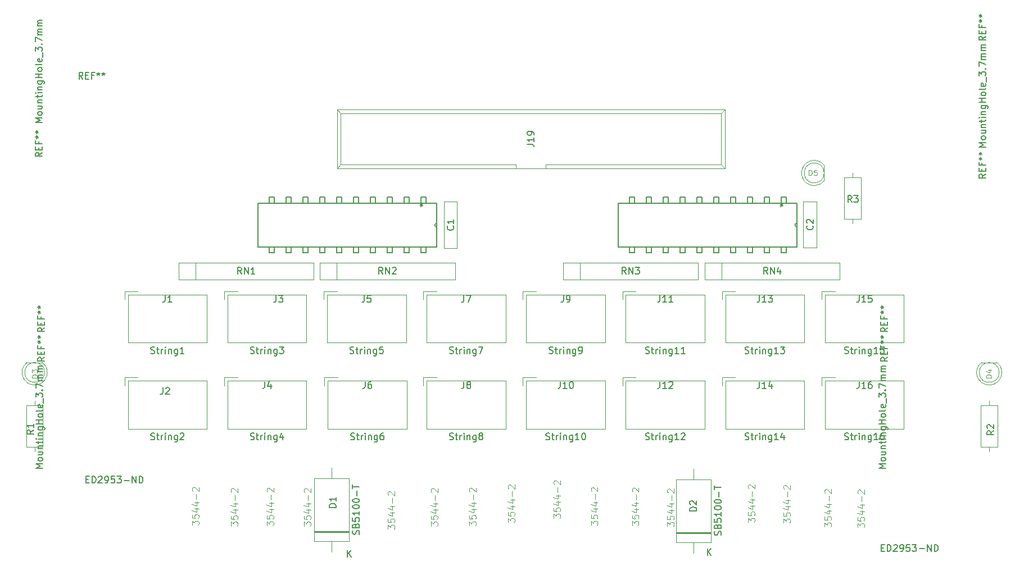
<source format=gbr>
G04 #@! TF.GenerationSoftware,KiCad,Pcbnew,(5.1.5)-3*
G04 #@! TF.CreationDate,2020-05-20T16:26:55-04:00*
G04 #@! TF.ProjectId,PB_16,50425f31-362e-46b6-9963-61645f706362,v3*
G04 #@! TF.SameCoordinates,Original*
G04 #@! TF.FileFunction,Other,Fab,Top*
%FSLAX46Y46*%
G04 Gerber Fmt 4.6, Leading zero omitted, Abs format (unit mm)*
G04 Created by KiCad (PCBNEW (5.1.5)-3) date 2020-05-20 16:26:55*
%MOMM*%
%LPD*%
G04 APERTURE LIST*
%ADD10C,0.100000*%
%ADD11C,0.152400*%
%ADD12C,0.150000*%
%ADD13C,0.120000*%
%ADD14C,0.050000*%
G04 APERTURE END LIST*
D10*
X176601000Y-93312800D02*
X176041000Y-92762800D01*
X118141000Y-93312800D02*
X118681000Y-92762800D01*
X176601000Y-84462800D02*
X176041000Y-85012800D01*
X118141000Y-84462800D02*
X118681000Y-85012800D01*
X176041000Y-85012800D02*
X176041000Y-92762800D01*
X176601000Y-84462800D02*
X176601000Y-93312800D01*
X118681000Y-85012800D02*
X118681000Y-92762800D01*
X118141000Y-84462800D02*
X118141000Y-93312800D01*
X149621000Y-92762800D02*
X149621000Y-93312800D01*
X145121000Y-92762800D02*
X145121000Y-93312800D01*
X149621000Y-92762800D02*
X176041000Y-92762800D01*
X118681000Y-92762800D02*
X145121000Y-92762800D01*
X118141000Y-93312800D02*
X176601000Y-93312800D01*
X118681000Y-85012800D02*
X176041000Y-85012800D01*
X118141000Y-84462800D02*
X176601000Y-84462800D01*
D11*
X185028900Y-98576600D02*
X185816300Y-98576600D01*
X185816300Y-98576600D02*
X185816300Y-97674900D01*
X185816300Y-97674900D02*
X185028900Y-97674900D01*
X185028900Y-97674900D02*
X185028900Y-98576600D01*
X182488900Y-98576600D02*
X183276300Y-98576600D01*
X183276300Y-98576600D02*
X183276300Y-97674900D01*
X183276300Y-97674900D02*
X182488900Y-97674900D01*
X182488900Y-97674900D02*
X182488900Y-98576600D01*
X179948900Y-98576600D02*
X180736300Y-98576600D01*
X180736300Y-98576600D02*
X180736300Y-97674900D01*
X180736300Y-97674900D02*
X179948900Y-97674900D01*
X179948900Y-97674900D02*
X179948900Y-98576600D01*
X177408900Y-98576600D02*
X178196300Y-98576600D01*
X178196300Y-98576600D02*
X178196300Y-97674900D01*
X178196300Y-97674900D02*
X177408900Y-97674900D01*
X177408900Y-97674900D02*
X177408900Y-98576600D01*
X174868900Y-98576600D02*
X175656300Y-98576600D01*
X175656300Y-98576600D02*
X175656300Y-97674900D01*
X175656300Y-97674900D02*
X174868900Y-97674900D01*
X174868900Y-97674900D02*
X174868900Y-98576600D01*
X172328900Y-98576600D02*
X173116300Y-98576600D01*
X173116300Y-98576600D02*
X173116300Y-97674900D01*
X173116300Y-97674900D02*
X172328900Y-97674900D01*
X172328900Y-97674900D02*
X172328900Y-98576600D01*
X169788900Y-98576600D02*
X170576300Y-98576600D01*
X170576300Y-98576600D02*
X170576300Y-97674900D01*
X170576300Y-97674900D02*
X169788900Y-97674900D01*
X169788900Y-97674900D02*
X169788900Y-98576600D01*
X167248900Y-98576600D02*
X168036300Y-98576600D01*
X168036300Y-98576600D02*
X168036300Y-97674900D01*
X168036300Y-97674900D02*
X167248900Y-97674900D01*
X167248900Y-97674900D02*
X167248900Y-98576600D01*
X164708900Y-98576600D02*
X165496300Y-98576600D01*
X165496300Y-98576600D02*
X165496300Y-97674900D01*
X165496300Y-97674900D02*
X164708900Y-97674900D01*
X164708900Y-97674900D02*
X164708900Y-98576600D01*
X162168900Y-98576600D02*
X162956300Y-98576600D01*
X162956300Y-98576600D02*
X162956300Y-97674900D01*
X162956300Y-97674900D02*
X162168900Y-97674900D01*
X162168900Y-97674900D02*
X162168900Y-98576600D01*
X162956300Y-105180600D02*
X162168900Y-105180600D01*
X162168900Y-105180600D02*
X162168900Y-106082300D01*
X162168900Y-106082300D02*
X162956300Y-106082300D01*
X162956300Y-106082300D02*
X162956300Y-105180600D01*
X165496300Y-105180600D02*
X164708900Y-105180600D01*
X164708900Y-105180600D02*
X164708900Y-106082300D01*
X164708900Y-106082300D02*
X165496300Y-106082300D01*
X165496300Y-106082300D02*
X165496300Y-105180600D01*
X168036300Y-105180600D02*
X167248900Y-105180600D01*
X167248900Y-105180600D02*
X167248900Y-106082300D01*
X167248900Y-106082300D02*
X168036300Y-106082300D01*
X168036300Y-106082300D02*
X168036300Y-105180600D01*
X170576300Y-105180600D02*
X169788900Y-105180600D01*
X169788900Y-105180600D02*
X169788900Y-106082300D01*
X169788900Y-106082300D02*
X170576300Y-106082300D01*
X170576300Y-106082300D02*
X170576300Y-105180600D01*
X173116300Y-105180600D02*
X172328900Y-105180600D01*
X172328900Y-105180600D02*
X172328900Y-106082300D01*
X172328900Y-106082300D02*
X173116300Y-106082300D01*
X173116300Y-106082300D02*
X173116300Y-105180600D01*
X175656300Y-105180600D02*
X174868900Y-105180600D01*
X174868900Y-105180600D02*
X174868900Y-106082300D01*
X174868900Y-106082300D02*
X175656300Y-106082300D01*
X175656300Y-106082300D02*
X175656300Y-105180600D01*
X178196300Y-105180600D02*
X177408900Y-105180600D01*
X177408900Y-105180600D02*
X177408900Y-106082300D01*
X177408900Y-106082300D02*
X178196300Y-106082300D01*
X178196300Y-106082300D02*
X178196300Y-105180600D01*
X180736300Y-105180600D02*
X179948900Y-105180600D01*
X179948900Y-105180600D02*
X179948900Y-106082300D01*
X179948900Y-106082300D02*
X180736300Y-106082300D01*
X180736300Y-106082300D02*
X180736300Y-105180600D01*
X183276300Y-105180600D02*
X182488900Y-105180600D01*
X182488900Y-105180600D02*
X182488900Y-106082300D01*
X182488900Y-106082300D02*
X183276300Y-106082300D01*
X183276300Y-106082300D02*
X183276300Y-105180600D01*
X185816300Y-105180600D02*
X185028900Y-105180600D01*
X185028900Y-105180600D02*
X185028900Y-106082300D01*
X185028900Y-106082300D02*
X185816300Y-106082300D01*
X185816300Y-106082300D02*
X185816300Y-105180600D01*
X160530600Y-98576600D02*
X160530600Y-105180600D01*
X160530600Y-105180600D02*
X187454600Y-105180600D01*
X187454600Y-105180600D02*
X187454600Y-98576600D01*
X187454600Y-98576600D02*
X160530600Y-98576600D01*
X187454600Y-101573800D02*
G75*
G03X187454600Y-102183400I0J-304800D01*
G01*
D10*
X195801000Y-93997800D02*
X195801000Y-94657800D01*
X195801000Y-101617800D02*
X195801000Y-100957800D01*
X194551000Y-94657800D02*
X194551000Y-100957800D01*
X197051000Y-94657800D02*
X194551000Y-94657800D01*
X197051000Y-100957800D02*
X197051000Y-94657800D01*
X194551000Y-100957800D02*
X197051000Y-100957800D01*
X215235524Y-122600445D02*
G75*
G03X217567190Y-122601000I1165476J-1500555D01*
G01*
X217901000Y-124101000D02*
G75*
G03X217901000Y-124101000I-1500000J0D01*
G01*
X217567190Y-122601000D02*
X215234810Y-122601000D01*
X71435524Y-122600445D02*
G75*
G03X73767190Y-122601000I1165476J-1500555D01*
G01*
X74101000Y-124101000D02*
G75*
G03X74101000Y-124101000I-1500000J0D01*
G01*
X73767190Y-122601000D02*
X71434810Y-122601000D01*
X191531555Y-92852324D02*
G75*
G03X191531000Y-95183990I-1500555J-1165476D01*
G01*
X191531000Y-94017800D02*
G75*
G03X191531000Y-94017800I-1500000J0D01*
G01*
X191531000Y-95183990D02*
X191531000Y-92851610D01*
X216401000Y-136012000D02*
X216401000Y-135352000D01*
X216401000Y-128392000D02*
X216401000Y-129052000D01*
X217651000Y-135352000D02*
X217651000Y-129052000D01*
X215151000Y-135352000D02*
X217651000Y-135352000D01*
X215151000Y-129052000D02*
X215151000Y-135352000D01*
X217651000Y-129052000D02*
X215151000Y-129052000D01*
X72601000Y-136012000D02*
X72601000Y-135352000D01*
X72601000Y-128392000D02*
X72601000Y-129052000D01*
X73851000Y-135352000D02*
X73851000Y-129052000D01*
X71351000Y-135352000D02*
X73851000Y-135352000D01*
X71351000Y-129052000D02*
X71351000Y-135352000D01*
X73851000Y-129052000D02*
X71351000Y-129052000D01*
D11*
X133204600Y-101573800D02*
G75*
G03X133204600Y-102183400I0J-304800D01*
G01*
X133204600Y-98576600D02*
X106280600Y-98576600D01*
X133204600Y-105180600D02*
X133204600Y-98576600D01*
X106280600Y-105180600D02*
X133204600Y-105180600D01*
X106280600Y-98576600D02*
X106280600Y-105180600D01*
X131566300Y-106082300D02*
X131566300Y-105180600D01*
X130778900Y-106082300D02*
X131566300Y-106082300D01*
X130778900Y-105180600D02*
X130778900Y-106082300D01*
X131566300Y-105180600D02*
X130778900Y-105180600D01*
X129026300Y-106082300D02*
X129026300Y-105180600D01*
X128238900Y-106082300D02*
X129026300Y-106082300D01*
X128238900Y-105180600D02*
X128238900Y-106082300D01*
X129026300Y-105180600D02*
X128238900Y-105180600D01*
X126486300Y-106082300D02*
X126486300Y-105180600D01*
X125698900Y-106082300D02*
X126486300Y-106082300D01*
X125698900Y-105180600D02*
X125698900Y-106082300D01*
X126486300Y-105180600D02*
X125698900Y-105180600D01*
X123946300Y-106082300D02*
X123946300Y-105180600D01*
X123158900Y-106082300D02*
X123946300Y-106082300D01*
X123158900Y-105180600D02*
X123158900Y-106082300D01*
X123946300Y-105180600D02*
X123158900Y-105180600D01*
X121406300Y-106082300D02*
X121406300Y-105180600D01*
X120618900Y-106082300D02*
X121406300Y-106082300D01*
X120618900Y-105180600D02*
X120618900Y-106082300D01*
X121406300Y-105180600D02*
X120618900Y-105180600D01*
X118866300Y-106082300D02*
X118866300Y-105180600D01*
X118078900Y-106082300D02*
X118866300Y-106082300D01*
X118078900Y-105180600D02*
X118078900Y-106082300D01*
X118866300Y-105180600D02*
X118078900Y-105180600D01*
X116326300Y-106082300D02*
X116326300Y-105180600D01*
X115538900Y-106082300D02*
X116326300Y-106082300D01*
X115538900Y-105180600D02*
X115538900Y-106082300D01*
X116326300Y-105180600D02*
X115538900Y-105180600D01*
X113786300Y-106082300D02*
X113786300Y-105180600D01*
X112998900Y-106082300D02*
X113786300Y-106082300D01*
X112998900Y-105180600D02*
X112998900Y-106082300D01*
X113786300Y-105180600D02*
X112998900Y-105180600D01*
X111246300Y-106082300D02*
X111246300Y-105180600D01*
X110458900Y-106082300D02*
X111246300Y-106082300D01*
X110458900Y-105180600D02*
X110458900Y-106082300D01*
X111246300Y-105180600D02*
X110458900Y-105180600D01*
X108706300Y-106082300D02*
X108706300Y-105180600D01*
X107918900Y-106082300D02*
X108706300Y-106082300D01*
X107918900Y-105180600D02*
X107918900Y-106082300D01*
X108706300Y-105180600D02*
X107918900Y-105180600D01*
X107918900Y-97674900D02*
X107918900Y-98576600D01*
X108706300Y-97674900D02*
X107918900Y-97674900D01*
X108706300Y-98576600D02*
X108706300Y-97674900D01*
X107918900Y-98576600D02*
X108706300Y-98576600D01*
X110458900Y-97674900D02*
X110458900Y-98576600D01*
X111246300Y-97674900D02*
X110458900Y-97674900D01*
X111246300Y-98576600D02*
X111246300Y-97674900D01*
X110458900Y-98576600D02*
X111246300Y-98576600D01*
X112998900Y-97674900D02*
X112998900Y-98576600D01*
X113786300Y-97674900D02*
X112998900Y-97674900D01*
X113786300Y-98576600D02*
X113786300Y-97674900D01*
X112998900Y-98576600D02*
X113786300Y-98576600D01*
X115538900Y-97674900D02*
X115538900Y-98576600D01*
X116326300Y-97674900D02*
X115538900Y-97674900D01*
X116326300Y-98576600D02*
X116326300Y-97674900D01*
X115538900Y-98576600D02*
X116326300Y-98576600D01*
X118078900Y-97674900D02*
X118078900Y-98576600D01*
X118866300Y-97674900D02*
X118078900Y-97674900D01*
X118866300Y-98576600D02*
X118866300Y-97674900D01*
X118078900Y-98576600D02*
X118866300Y-98576600D01*
X120618900Y-97674900D02*
X120618900Y-98576600D01*
X121406300Y-97674900D02*
X120618900Y-97674900D01*
X121406300Y-98576600D02*
X121406300Y-97674900D01*
X120618900Y-98576600D02*
X121406300Y-98576600D01*
X123158900Y-97674900D02*
X123158900Y-98576600D01*
X123946300Y-97674900D02*
X123158900Y-97674900D01*
X123946300Y-98576600D02*
X123946300Y-97674900D01*
X123158900Y-98576600D02*
X123946300Y-98576600D01*
X125698900Y-97674900D02*
X125698900Y-98576600D01*
X126486300Y-97674900D02*
X125698900Y-97674900D01*
X126486300Y-98576600D02*
X126486300Y-97674900D01*
X125698900Y-98576600D02*
X126486300Y-98576600D01*
X128238900Y-97674900D02*
X128238900Y-98576600D01*
X129026300Y-97674900D02*
X128238900Y-97674900D01*
X129026300Y-98576600D02*
X129026300Y-97674900D01*
X128238900Y-98576600D02*
X129026300Y-98576600D01*
X130778900Y-97674900D02*
X130778900Y-98576600D01*
X131566300Y-97674900D02*
X130778900Y-97674900D01*
X131566300Y-98576600D02*
X131566300Y-97674900D01*
X130778900Y-98576600D02*
X131566300Y-98576600D01*
D10*
X101150000Y-111850000D02*
X103150000Y-111850000D01*
X101150000Y-113100000D02*
X101150000Y-111850000D01*
X113550000Y-112350000D02*
X101650000Y-112350000D01*
X113550000Y-119600000D02*
X113550000Y-112350000D01*
X101650000Y-119600000D02*
X113550000Y-119600000D01*
X101650000Y-112350000D02*
X101650000Y-119600000D01*
X169247600Y-148380000D02*
X174447600Y-148380000D01*
X169247600Y-148180000D02*
X174447600Y-148180000D01*
X169247600Y-148280000D02*
X174447600Y-148280000D01*
X171847600Y-138605000D02*
X171847600Y-140205000D01*
X171847600Y-151305000D02*
X171847600Y-149705000D01*
X169247600Y-140205000D02*
X169247600Y-149705000D01*
X174447600Y-140205000D02*
X169247600Y-140205000D01*
X174447600Y-149705000D02*
X174447600Y-140205000D01*
X169247600Y-149705000D02*
X174447600Y-149705000D01*
X114732600Y-148243600D02*
X119932600Y-148243600D01*
X114732600Y-148043600D02*
X119932600Y-148043600D01*
X114732600Y-148143600D02*
X119932600Y-148143600D01*
X117332600Y-138468600D02*
X117332600Y-140068600D01*
X117332600Y-151168600D02*
X117332600Y-149568600D01*
X114732600Y-140068600D02*
X114732600Y-149568600D01*
X119932600Y-140068600D02*
X114732600Y-140068600D01*
X119932600Y-149568600D02*
X119932600Y-140068600D01*
X114732600Y-149568600D02*
X119932600Y-149568600D01*
X134242300Y-98330500D02*
X134242300Y-105330500D01*
X136242300Y-98330500D02*
X134242300Y-98330500D01*
X136242300Y-105330500D02*
X136242300Y-98330500D01*
X134242300Y-105330500D02*
X136242300Y-105330500D01*
X176082600Y-107563600D02*
X176082600Y-110063600D01*
X193882600Y-107563600D02*
X173522600Y-107563600D01*
X193882600Y-110063600D02*
X193882600Y-107563600D01*
X173522600Y-110063600D02*
X193882600Y-110063600D01*
X173522600Y-107563600D02*
X173522600Y-110063600D01*
X154756200Y-107563600D02*
X154756200Y-110063600D01*
X172556200Y-107563600D02*
X152196200Y-107563600D01*
X172556200Y-110063600D02*
X172556200Y-107563600D01*
X152196200Y-110063600D02*
X172556200Y-110063600D01*
X152196200Y-107563600D02*
X152196200Y-110063600D01*
X118122700Y-107563600D02*
X118122700Y-110063600D01*
X135922700Y-107563600D02*
X115562700Y-107563600D01*
X135922700Y-110063600D02*
X135922700Y-107563600D01*
X115562700Y-110063600D02*
X135922700Y-110063600D01*
X115562700Y-107563600D02*
X115562700Y-110063600D01*
X96831500Y-107563600D02*
X96831500Y-110063600D01*
X114631500Y-107563600D02*
X94271500Y-107563600D01*
X114631500Y-110063600D02*
X114631500Y-107563600D01*
X94271500Y-110063600D02*
X114631500Y-110063600D01*
X94271500Y-107563600D02*
X94271500Y-110063600D01*
X191150000Y-124850000D02*
X193150000Y-124850000D01*
X191150000Y-126100000D02*
X191150000Y-124850000D01*
X203550000Y-125350000D02*
X191650000Y-125350000D01*
X203550000Y-132600000D02*
X203550000Y-125350000D01*
X191650000Y-132600000D02*
X203550000Y-132600000D01*
X191650000Y-125350000D02*
X191650000Y-132600000D01*
X191150000Y-111850000D02*
X193150000Y-111850000D01*
X191150000Y-113100000D02*
X191150000Y-111850000D01*
X203550000Y-112350000D02*
X191650000Y-112350000D01*
X203550000Y-119600000D02*
X203550000Y-112350000D01*
X191650000Y-119600000D02*
X203550000Y-119600000D01*
X191650000Y-112350000D02*
X191650000Y-119600000D01*
X176150000Y-124850000D02*
X178150000Y-124850000D01*
X176150000Y-126100000D02*
X176150000Y-124850000D01*
X188550000Y-125350000D02*
X176650000Y-125350000D01*
X188550000Y-132600000D02*
X188550000Y-125350000D01*
X176650000Y-132600000D02*
X188550000Y-132600000D01*
X176650000Y-125350000D02*
X176650000Y-132600000D01*
X176150000Y-111850000D02*
X178150000Y-111850000D01*
X176150000Y-113100000D02*
X176150000Y-111850000D01*
X188550000Y-112350000D02*
X176650000Y-112350000D01*
X188550000Y-119600000D02*
X188550000Y-112350000D01*
X176650000Y-119600000D02*
X188550000Y-119600000D01*
X176650000Y-112350000D02*
X176650000Y-119600000D01*
X161150000Y-124850000D02*
X163150000Y-124850000D01*
X161150000Y-126100000D02*
X161150000Y-124850000D01*
X173550000Y-125350000D02*
X161650000Y-125350000D01*
X173550000Y-132600000D02*
X173550000Y-125350000D01*
X161650000Y-132600000D02*
X173550000Y-132600000D01*
X161650000Y-125350000D02*
X161650000Y-132600000D01*
X161150000Y-111850000D02*
X163150000Y-111850000D01*
X161150000Y-113100000D02*
X161150000Y-111850000D01*
X173550000Y-112350000D02*
X161650000Y-112350000D01*
X173550000Y-119600000D02*
X173550000Y-112350000D01*
X161650000Y-119600000D02*
X173550000Y-119600000D01*
X161650000Y-112350000D02*
X161650000Y-119600000D01*
X146150000Y-124850000D02*
X148150000Y-124850000D01*
X146150000Y-126100000D02*
X146150000Y-124850000D01*
X158550000Y-125350000D02*
X146650000Y-125350000D01*
X158550000Y-132600000D02*
X158550000Y-125350000D01*
X146650000Y-132600000D02*
X158550000Y-132600000D01*
X146650000Y-125350000D02*
X146650000Y-132600000D01*
X146150000Y-111850000D02*
X148150000Y-111850000D01*
X146150000Y-113100000D02*
X146150000Y-111850000D01*
X158550000Y-112350000D02*
X146650000Y-112350000D01*
X158550000Y-119600000D02*
X158550000Y-112350000D01*
X146650000Y-119600000D02*
X158550000Y-119600000D01*
X146650000Y-112350000D02*
X146650000Y-119600000D01*
X131150000Y-124850000D02*
X133150000Y-124850000D01*
X131150000Y-126100000D02*
X131150000Y-124850000D01*
X143550000Y-125350000D02*
X131650000Y-125350000D01*
X143550000Y-132600000D02*
X143550000Y-125350000D01*
X131650000Y-132600000D02*
X143550000Y-132600000D01*
X131650000Y-125350000D02*
X131650000Y-132600000D01*
X131150000Y-111850000D02*
X133150000Y-111850000D01*
X131150000Y-113100000D02*
X131150000Y-111850000D01*
X143550000Y-112350000D02*
X131650000Y-112350000D01*
X143550000Y-119600000D02*
X143550000Y-112350000D01*
X131650000Y-119600000D02*
X143550000Y-119600000D01*
X131650000Y-112350000D02*
X131650000Y-119600000D01*
X116264342Y-124850000D02*
X118264342Y-124850000D01*
X116264342Y-126100000D02*
X116264342Y-124850000D01*
X128664342Y-125350000D02*
X116764342Y-125350000D01*
X128664342Y-132600000D02*
X128664342Y-125350000D01*
X116764342Y-132600000D02*
X128664342Y-132600000D01*
X116764342Y-125350000D02*
X116764342Y-132600000D01*
X116150000Y-111850000D02*
X118150000Y-111850000D01*
X116150000Y-113100000D02*
X116150000Y-111850000D01*
X128550000Y-112350000D02*
X116650000Y-112350000D01*
X128550000Y-119600000D02*
X128550000Y-112350000D01*
X116650000Y-119600000D02*
X128550000Y-119600000D01*
X116650000Y-112350000D02*
X116650000Y-119600000D01*
X101150000Y-124850000D02*
X103150000Y-124850000D01*
X101150000Y-126100000D02*
X101150000Y-124850000D01*
X113550000Y-125350000D02*
X101650000Y-125350000D01*
X113550000Y-132600000D02*
X113550000Y-125350000D01*
X101650000Y-132600000D02*
X113550000Y-132600000D01*
X101650000Y-125350000D02*
X101650000Y-132600000D01*
X86150000Y-124850000D02*
X88150000Y-124850000D01*
X86150000Y-126100000D02*
X86150000Y-124850000D01*
X98550000Y-125350000D02*
X86650000Y-125350000D01*
X98550000Y-132600000D02*
X98550000Y-125350000D01*
X86650000Y-132600000D02*
X98550000Y-132600000D01*
X86650000Y-125350000D02*
X86650000Y-132600000D01*
X86150000Y-111850000D02*
X88150000Y-111850000D01*
X86150000Y-113100000D02*
X86150000Y-111850000D01*
X98550000Y-112350000D02*
X86650000Y-112350000D01*
X98550000Y-119600000D02*
X98550000Y-112350000D01*
X86650000Y-119600000D02*
X98550000Y-119600000D01*
X86650000Y-112350000D02*
X86650000Y-119600000D01*
X188382400Y-98305100D02*
X188382400Y-105305100D01*
X190382400Y-98305100D02*
X188382400Y-98305100D01*
X190382400Y-105305100D02*
X190382400Y-98305100D01*
X188382400Y-105305100D02*
X190382400Y-105305100D01*
D12*
X201083380Y-121827533D02*
X200607190Y-122160866D01*
X201083380Y-122398961D02*
X200083380Y-122398961D01*
X200083380Y-122018009D01*
X200131000Y-121922771D01*
X200178619Y-121875152D01*
X200273857Y-121827533D01*
X200416714Y-121827533D01*
X200511952Y-121875152D01*
X200559571Y-121922771D01*
X200607190Y-122018009D01*
X200607190Y-122398961D01*
X200559571Y-121398961D02*
X200559571Y-121065628D01*
X201083380Y-120922771D02*
X201083380Y-121398961D01*
X200083380Y-121398961D01*
X200083380Y-120922771D01*
X200559571Y-120160866D02*
X200559571Y-120494200D01*
X201083380Y-120494200D02*
X200083380Y-120494200D01*
X200083380Y-120018009D01*
X200083380Y-119494200D02*
X200321476Y-119494200D01*
X200226238Y-119732295D02*
X200321476Y-119494200D01*
X200226238Y-119256104D01*
X200511952Y-119637057D02*
X200321476Y-119494200D01*
X200511952Y-119351342D01*
X200083380Y-118732295D02*
X200321476Y-118732295D01*
X200226238Y-118970390D02*
X200321476Y-118732295D01*
X200226238Y-118494200D01*
X200511952Y-118875152D02*
X200321476Y-118732295D01*
X200511952Y-118589438D01*
X200774980Y-138547076D02*
X199774980Y-138547076D01*
X200489266Y-138213742D01*
X199774980Y-137880409D01*
X200774980Y-137880409D01*
X200774980Y-137261361D02*
X200727361Y-137356600D01*
X200679742Y-137404219D01*
X200584504Y-137451838D01*
X200298790Y-137451838D01*
X200203552Y-137404219D01*
X200155933Y-137356600D01*
X200108314Y-137261361D01*
X200108314Y-137118504D01*
X200155933Y-137023266D01*
X200203552Y-136975647D01*
X200298790Y-136928028D01*
X200584504Y-136928028D01*
X200679742Y-136975647D01*
X200727361Y-137023266D01*
X200774980Y-137118504D01*
X200774980Y-137261361D01*
X200108314Y-136070885D02*
X200774980Y-136070885D01*
X200108314Y-136499457D02*
X200632123Y-136499457D01*
X200727361Y-136451838D01*
X200774980Y-136356600D01*
X200774980Y-136213742D01*
X200727361Y-136118504D01*
X200679742Y-136070885D01*
X200108314Y-135594695D02*
X200774980Y-135594695D01*
X200203552Y-135594695D02*
X200155933Y-135547076D01*
X200108314Y-135451838D01*
X200108314Y-135308980D01*
X200155933Y-135213742D01*
X200251171Y-135166123D01*
X200774980Y-135166123D01*
X200108314Y-134832790D02*
X200108314Y-134451838D01*
X199774980Y-134689933D02*
X200632123Y-134689933D01*
X200727361Y-134642314D01*
X200774980Y-134547076D01*
X200774980Y-134451838D01*
X200774980Y-134118504D02*
X200108314Y-134118504D01*
X199774980Y-134118504D02*
X199822600Y-134166123D01*
X199870219Y-134118504D01*
X199822600Y-134070885D01*
X199774980Y-134118504D01*
X199870219Y-134118504D01*
X200108314Y-133642314D02*
X200774980Y-133642314D01*
X200203552Y-133642314D02*
X200155933Y-133594695D01*
X200108314Y-133499457D01*
X200108314Y-133356600D01*
X200155933Y-133261361D01*
X200251171Y-133213742D01*
X200774980Y-133213742D01*
X200108314Y-132308980D02*
X200917838Y-132308980D01*
X201013076Y-132356600D01*
X201060695Y-132404219D01*
X201108314Y-132499457D01*
X201108314Y-132642314D01*
X201060695Y-132737552D01*
X200727361Y-132308980D02*
X200774980Y-132404219D01*
X200774980Y-132594695D01*
X200727361Y-132689933D01*
X200679742Y-132737552D01*
X200584504Y-132785171D01*
X200298790Y-132785171D01*
X200203552Y-132737552D01*
X200155933Y-132689933D01*
X200108314Y-132594695D01*
X200108314Y-132404219D01*
X200155933Y-132308980D01*
X200774980Y-131832790D02*
X199774980Y-131832790D01*
X200251171Y-131832790D02*
X200251171Y-131261361D01*
X200774980Y-131261361D02*
X199774980Y-131261361D01*
X200774980Y-130642314D02*
X200727361Y-130737552D01*
X200679742Y-130785171D01*
X200584504Y-130832790D01*
X200298790Y-130832790D01*
X200203552Y-130785171D01*
X200155933Y-130737552D01*
X200108314Y-130642314D01*
X200108314Y-130499457D01*
X200155933Y-130404219D01*
X200203552Y-130356600D01*
X200298790Y-130308980D01*
X200584504Y-130308980D01*
X200679742Y-130356600D01*
X200727361Y-130404219D01*
X200774980Y-130499457D01*
X200774980Y-130642314D01*
X200774980Y-129737552D02*
X200727361Y-129832790D01*
X200632123Y-129880409D01*
X199774980Y-129880409D01*
X200727361Y-128975647D02*
X200774980Y-129070885D01*
X200774980Y-129261361D01*
X200727361Y-129356600D01*
X200632123Y-129404219D01*
X200251171Y-129404219D01*
X200155933Y-129356600D01*
X200108314Y-129261361D01*
X200108314Y-129070885D01*
X200155933Y-128975647D01*
X200251171Y-128928028D01*
X200346409Y-128928028D01*
X200441647Y-129404219D01*
X200870219Y-128737552D02*
X200870219Y-127975647D01*
X199774980Y-127832790D02*
X199774980Y-127213742D01*
X200155933Y-127547076D01*
X200155933Y-127404219D01*
X200203552Y-127308980D01*
X200251171Y-127261361D01*
X200346409Y-127213742D01*
X200584504Y-127213742D01*
X200679742Y-127261361D01*
X200727361Y-127308980D01*
X200774980Y-127404219D01*
X200774980Y-127689933D01*
X200727361Y-127785171D01*
X200679742Y-127832790D01*
X200679742Y-126785171D02*
X200727361Y-126737552D01*
X200774980Y-126785171D01*
X200727361Y-126832790D01*
X200679742Y-126785171D01*
X200774980Y-126785171D01*
X199774980Y-126404219D02*
X199774980Y-125737552D01*
X200774980Y-126166123D01*
X200774980Y-125356600D02*
X200108314Y-125356600D01*
X200203552Y-125356600D02*
X200155933Y-125308980D01*
X200108314Y-125213742D01*
X200108314Y-125070885D01*
X200155933Y-124975647D01*
X200251171Y-124928028D01*
X200774980Y-124928028D01*
X200251171Y-124928028D02*
X200155933Y-124880409D01*
X200108314Y-124785171D01*
X200108314Y-124642314D01*
X200155933Y-124547076D01*
X200251171Y-124499457D01*
X200774980Y-124499457D01*
X200774980Y-124023266D02*
X200108314Y-124023266D01*
X200203552Y-124023266D02*
X200155933Y-123975647D01*
X200108314Y-123880409D01*
X200108314Y-123737552D01*
X200155933Y-123642314D01*
X200251171Y-123594695D01*
X200774980Y-123594695D01*
X200251171Y-123594695D02*
X200155933Y-123547076D01*
X200108314Y-123451838D01*
X200108314Y-123308980D01*
X200155933Y-123213742D01*
X200251171Y-123166123D01*
X200774980Y-123166123D01*
X201083380Y-117357133D02*
X200607190Y-117690466D01*
X201083380Y-117928561D02*
X200083380Y-117928561D01*
X200083380Y-117547609D01*
X200131000Y-117452371D01*
X200178619Y-117404752D01*
X200273857Y-117357133D01*
X200416714Y-117357133D01*
X200511952Y-117404752D01*
X200559571Y-117452371D01*
X200607190Y-117547609D01*
X200607190Y-117928561D01*
X200559571Y-116928561D02*
X200559571Y-116595228D01*
X201083380Y-116452371D02*
X201083380Y-116928561D01*
X200083380Y-116928561D01*
X200083380Y-116452371D01*
X200559571Y-115690466D02*
X200559571Y-116023800D01*
X201083380Y-116023800D02*
X200083380Y-116023800D01*
X200083380Y-115547609D01*
X200083380Y-115023800D02*
X200321476Y-115023800D01*
X200226238Y-115261895D02*
X200321476Y-115023800D01*
X200226238Y-114785704D01*
X200511952Y-115166657D02*
X200321476Y-115023800D01*
X200511952Y-114880942D01*
X200083380Y-114261895D02*
X200321476Y-114261895D01*
X200226238Y-114499990D02*
X200321476Y-114261895D01*
X200226238Y-114023800D01*
X200511952Y-114404752D02*
X200321476Y-114261895D01*
X200511952Y-114119038D01*
X74083380Y-121827533D02*
X73607190Y-122160866D01*
X74083380Y-122398961D02*
X73083380Y-122398961D01*
X73083380Y-122018009D01*
X73131000Y-121922771D01*
X73178619Y-121875152D01*
X73273857Y-121827533D01*
X73416714Y-121827533D01*
X73511952Y-121875152D01*
X73559571Y-121922771D01*
X73607190Y-122018009D01*
X73607190Y-122398961D01*
X73559571Y-121398961D02*
X73559571Y-121065628D01*
X74083380Y-120922771D02*
X74083380Y-121398961D01*
X73083380Y-121398961D01*
X73083380Y-120922771D01*
X73559571Y-120160866D02*
X73559571Y-120494200D01*
X74083380Y-120494200D02*
X73083380Y-120494200D01*
X73083380Y-120018009D01*
X73083380Y-119494200D02*
X73321476Y-119494200D01*
X73226238Y-119732295D02*
X73321476Y-119494200D01*
X73226238Y-119256104D01*
X73511952Y-119637057D02*
X73321476Y-119494200D01*
X73511952Y-119351342D01*
X73083380Y-118732295D02*
X73321476Y-118732295D01*
X73226238Y-118970390D02*
X73321476Y-118732295D01*
X73226238Y-118494200D01*
X73511952Y-118875152D02*
X73321476Y-118732295D01*
X73511952Y-118589438D01*
X73774980Y-138547076D02*
X72774980Y-138547076D01*
X73489266Y-138213742D01*
X72774980Y-137880409D01*
X73774980Y-137880409D01*
X73774980Y-137261361D02*
X73727361Y-137356600D01*
X73679742Y-137404219D01*
X73584504Y-137451838D01*
X73298790Y-137451838D01*
X73203552Y-137404219D01*
X73155933Y-137356600D01*
X73108314Y-137261361D01*
X73108314Y-137118504D01*
X73155933Y-137023266D01*
X73203552Y-136975647D01*
X73298790Y-136928028D01*
X73584504Y-136928028D01*
X73679742Y-136975647D01*
X73727361Y-137023266D01*
X73774980Y-137118504D01*
X73774980Y-137261361D01*
X73108314Y-136070885D02*
X73774980Y-136070885D01*
X73108314Y-136499457D02*
X73632123Y-136499457D01*
X73727361Y-136451838D01*
X73774980Y-136356600D01*
X73774980Y-136213742D01*
X73727361Y-136118504D01*
X73679742Y-136070885D01*
X73108314Y-135594695D02*
X73774980Y-135594695D01*
X73203552Y-135594695D02*
X73155933Y-135547076D01*
X73108314Y-135451838D01*
X73108314Y-135308980D01*
X73155933Y-135213742D01*
X73251171Y-135166123D01*
X73774980Y-135166123D01*
X73108314Y-134832790D02*
X73108314Y-134451838D01*
X72774980Y-134689933D02*
X73632123Y-134689933D01*
X73727361Y-134642314D01*
X73774980Y-134547076D01*
X73774980Y-134451838D01*
X73774980Y-134118504D02*
X73108314Y-134118504D01*
X72774980Y-134118504D02*
X72822600Y-134166123D01*
X72870219Y-134118504D01*
X72822600Y-134070885D01*
X72774980Y-134118504D01*
X72870219Y-134118504D01*
X73108314Y-133642314D02*
X73774980Y-133642314D01*
X73203552Y-133642314D02*
X73155933Y-133594695D01*
X73108314Y-133499457D01*
X73108314Y-133356600D01*
X73155933Y-133261361D01*
X73251171Y-133213742D01*
X73774980Y-133213742D01*
X73108314Y-132308980D02*
X73917838Y-132308980D01*
X74013076Y-132356600D01*
X74060695Y-132404219D01*
X74108314Y-132499457D01*
X74108314Y-132642314D01*
X74060695Y-132737552D01*
X73727361Y-132308980D02*
X73774980Y-132404219D01*
X73774980Y-132594695D01*
X73727361Y-132689933D01*
X73679742Y-132737552D01*
X73584504Y-132785171D01*
X73298790Y-132785171D01*
X73203552Y-132737552D01*
X73155933Y-132689933D01*
X73108314Y-132594695D01*
X73108314Y-132404219D01*
X73155933Y-132308980D01*
X73774980Y-131832790D02*
X72774980Y-131832790D01*
X73251171Y-131832790D02*
X73251171Y-131261361D01*
X73774980Y-131261361D02*
X72774980Y-131261361D01*
X73774980Y-130642314D02*
X73727361Y-130737552D01*
X73679742Y-130785171D01*
X73584504Y-130832790D01*
X73298790Y-130832790D01*
X73203552Y-130785171D01*
X73155933Y-130737552D01*
X73108314Y-130642314D01*
X73108314Y-130499457D01*
X73155933Y-130404219D01*
X73203552Y-130356600D01*
X73298790Y-130308980D01*
X73584504Y-130308980D01*
X73679742Y-130356600D01*
X73727361Y-130404219D01*
X73774980Y-130499457D01*
X73774980Y-130642314D01*
X73774980Y-129737552D02*
X73727361Y-129832790D01*
X73632123Y-129880409D01*
X72774980Y-129880409D01*
X73727361Y-128975647D02*
X73774980Y-129070885D01*
X73774980Y-129261361D01*
X73727361Y-129356600D01*
X73632123Y-129404219D01*
X73251171Y-129404219D01*
X73155933Y-129356600D01*
X73108314Y-129261361D01*
X73108314Y-129070885D01*
X73155933Y-128975647D01*
X73251171Y-128928028D01*
X73346409Y-128928028D01*
X73441647Y-129404219D01*
X73870219Y-128737552D02*
X73870219Y-127975647D01*
X72774980Y-127832790D02*
X72774980Y-127213742D01*
X73155933Y-127547076D01*
X73155933Y-127404219D01*
X73203552Y-127308980D01*
X73251171Y-127261361D01*
X73346409Y-127213742D01*
X73584504Y-127213742D01*
X73679742Y-127261361D01*
X73727361Y-127308980D01*
X73774980Y-127404219D01*
X73774980Y-127689933D01*
X73727361Y-127785171D01*
X73679742Y-127832790D01*
X73679742Y-126785171D02*
X73727361Y-126737552D01*
X73774980Y-126785171D01*
X73727361Y-126832790D01*
X73679742Y-126785171D01*
X73774980Y-126785171D01*
X72774980Y-126404219D02*
X72774980Y-125737552D01*
X73774980Y-126166123D01*
X73774980Y-125356600D02*
X73108314Y-125356600D01*
X73203552Y-125356600D02*
X73155933Y-125308980D01*
X73108314Y-125213742D01*
X73108314Y-125070885D01*
X73155933Y-124975647D01*
X73251171Y-124928028D01*
X73774980Y-124928028D01*
X73251171Y-124928028D02*
X73155933Y-124880409D01*
X73108314Y-124785171D01*
X73108314Y-124642314D01*
X73155933Y-124547076D01*
X73251171Y-124499457D01*
X73774980Y-124499457D01*
X73774980Y-124023266D02*
X73108314Y-124023266D01*
X73203552Y-124023266D02*
X73155933Y-123975647D01*
X73108314Y-123880409D01*
X73108314Y-123737552D01*
X73155933Y-123642314D01*
X73251171Y-123594695D01*
X73774980Y-123594695D01*
X73251171Y-123594695D02*
X73155933Y-123547076D01*
X73108314Y-123451838D01*
X73108314Y-123308980D01*
X73155933Y-123213742D01*
X73251171Y-123166123D01*
X73774980Y-123166123D01*
X74083380Y-117357133D02*
X73607190Y-117690466D01*
X74083380Y-117928561D02*
X73083380Y-117928561D01*
X73083380Y-117547609D01*
X73131000Y-117452371D01*
X73178619Y-117404752D01*
X73273857Y-117357133D01*
X73416714Y-117357133D01*
X73511952Y-117404752D01*
X73559571Y-117452371D01*
X73607190Y-117547609D01*
X73607190Y-117928561D01*
X73559571Y-116928561D02*
X73559571Y-116595228D01*
X74083380Y-116452371D02*
X74083380Y-116928561D01*
X73083380Y-116928561D01*
X73083380Y-116452371D01*
X73559571Y-115690466D02*
X73559571Y-116023800D01*
X74083380Y-116023800D02*
X73083380Y-116023800D01*
X73083380Y-115547609D01*
X73083380Y-115023800D02*
X73321476Y-115023800D01*
X73226238Y-115261895D02*
X73321476Y-115023800D01*
X73226238Y-114785704D01*
X73511952Y-115166657D02*
X73321476Y-115023800D01*
X73511952Y-114880942D01*
X73083380Y-114261895D02*
X73321476Y-114261895D01*
X73226238Y-114499990D02*
X73321476Y-114261895D01*
X73226238Y-114023800D01*
X73511952Y-114404752D02*
X73321476Y-114261895D01*
X73511952Y-114119038D01*
X200139095Y-150546371D02*
X200472428Y-150546371D01*
X200615285Y-151070180D02*
X200139095Y-151070180D01*
X200139095Y-150070180D01*
X200615285Y-150070180D01*
X201043857Y-151070180D02*
X201043857Y-150070180D01*
X201281952Y-150070180D01*
X201424809Y-150117800D01*
X201520047Y-150213038D01*
X201567666Y-150308276D01*
X201615285Y-150498752D01*
X201615285Y-150641609D01*
X201567666Y-150832085D01*
X201520047Y-150927323D01*
X201424809Y-151022561D01*
X201281952Y-151070180D01*
X201043857Y-151070180D01*
X201996238Y-150165419D02*
X202043857Y-150117800D01*
X202139095Y-150070180D01*
X202377190Y-150070180D01*
X202472428Y-150117800D01*
X202520047Y-150165419D01*
X202567666Y-150260657D01*
X202567666Y-150355895D01*
X202520047Y-150498752D01*
X201948619Y-151070180D01*
X202567666Y-151070180D01*
X203043857Y-151070180D02*
X203234333Y-151070180D01*
X203329571Y-151022561D01*
X203377190Y-150974942D01*
X203472428Y-150832085D01*
X203520047Y-150641609D01*
X203520047Y-150260657D01*
X203472428Y-150165419D01*
X203424809Y-150117800D01*
X203329571Y-150070180D01*
X203139095Y-150070180D01*
X203043857Y-150117800D01*
X202996238Y-150165419D01*
X202948619Y-150260657D01*
X202948619Y-150498752D01*
X202996238Y-150593990D01*
X203043857Y-150641609D01*
X203139095Y-150689228D01*
X203329571Y-150689228D01*
X203424809Y-150641609D01*
X203472428Y-150593990D01*
X203520047Y-150498752D01*
X204424809Y-150070180D02*
X203948619Y-150070180D01*
X203901000Y-150546371D01*
X203948619Y-150498752D01*
X204043857Y-150451133D01*
X204281952Y-150451133D01*
X204377190Y-150498752D01*
X204424809Y-150546371D01*
X204472428Y-150641609D01*
X204472428Y-150879704D01*
X204424809Y-150974942D01*
X204377190Y-151022561D01*
X204281952Y-151070180D01*
X204043857Y-151070180D01*
X203948619Y-151022561D01*
X203901000Y-150974942D01*
X204805761Y-150070180D02*
X205424809Y-150070180D01*
X205091476Y-150451133D01*
X205234333Y-150451133D01*
X205329571Y-150498752D01*
X205377190Y-150546371D01*
X205424809Y-150641609D01*
X205424809Y-150879704D01*
X205377190Y-150974942D01*
X205329571Y-151022561D01*
X205234333Y-151070180D01*
X204948619Y-151070180D01*
X204853380Y-151022561D01*
X204805761Y-150974942D01*
X205853380Y-150689228D02*
X206615285Y-150689228D01*
X207091476Y-151070180D02*
X207091476Y-150070180D01*
X207662904Y-151070180D01*
X207662904Y-150070180D01*
X208139095Y-151070180D02*
X208139095Y-150070180D01*
X208377190Y-150070180D01*
X208520047Y-150117800D01*
X208615285Y-150213038D01*
X208662904Y-150308276D01*
X208710523Y-150498752D01*
X208710523Y-150641609D01*
X208662904Y-150832085D01*
X208615285Y-150927323D01*
X208520047Y-151022561D01*
X208377190Y-151070180D01*
X208139095Y-151070180D01*
X80339095Y-140246371D02*
X80672428Y-140246371D01*
X80815285Y-140770180D02*
X80339095Y-140770180D01*
X80339095Y-139770180D01*
X80815285Y-139770180D01*
X81243857Y-140770180D02*
X81243857Y-139770180D01*
X81481952Y-139770180D01*
X81624809Y-139817800D01*
X81720047Y-139913038D01*
X81767666Y-140008276D01*
X81815285Y-140198752D01*
X81815285Y-140341609D01*
X81767666Y-140532085D01*
X81720047Y-140627323D01*
X81624809Y-140722561D01*
X81481952Y-140770180D01*
X81243857Y-140770180D01*
X82196238Y-139865419D02*
X82243857Y-139817800D01*
X82339095Y-139770180D01*
X82577190Y-139770180D01*
X82672428Y-139817800D01*
X82720047Y-139865419D01*
X82767666Y-139960657D01*
X82767666Y-140055895D01*
X82720047Y-140198752D01*
X82148619Y-140770180D01*
X82767666Y-140770180D01*
X83243857Y-140770180D02*
X83434333Y-140770180D01*
X83529571Y-140722561D01*
X83577190Y-140674942D01*
X83672428Y-140532085D01*
X83720047Y-140341609D01*
X83720047Y-139960657D01*
X83672428Y-139865419D01*
X83624809Y-139817800D01*
X83529571Y-139770180D01*
X83339095Y-139770180D01*
X83243857Y-139817800D01*
X83196238Y-139865419D01*
X83148619Y-139960657D01*
X83148619Y-140198752D01*
X83196238Y-140293990D01*
X83243857Y-140341609D01*
X83339095Y-140389228D01*
X83529571Y-140389228D01*
X83624809Y-140341609D01*
X83672428Y-140293990D01*
X83720047Y-140198752D01*
X84624809Y-139770180D02*
X84148619Y-139770180D01*
X84101000Y-140246371D01*
X84148619Y-140198752D01*
X84243857Y-140151133D01*
X84481952Y-140151133D01*
X84577190Y-140198752D01*
X84624809Y-140246371D01*
X84672428Y-140341609D01*
X84672428Y-140579704D01*
X84624809Y-140674942D01*
X84577190Y-140722561D01*
X84481952Y-140770180D01*
X84243857Y-140770180D01*
X84148619Y-140722561D01*
X84101000Y-140674942D01*
X85005761Y-139770180D02*
X85624809Y-139770180D01*
X85291476Y-140151133D01*
X85434333Y-140151133D01*
X85529571Y-140198752D01*
X85577190Y-140246371D01*
X85624809Y-140341609D01*
X85624809Y-140579704D01*
X85577190Y-140674942D01*
X85529571Y-140722561D01*
X85434333Y-140770180D01*
X85148619Y-140770180D01*
X85053380Y-140722561D01*
X85005761Y-140674942D01*
X86053380Y-140389228D02*
X86815285Y-140389228D01*
X87291476Y-140770180D02*
X87291476Y-139770180D01*
X87862904Y-140770180D01*
X87862904Y-139770180D01*
X88339095Y-140770180D02*
X88339095Y-139770180D01*
X88577190Y-139770180D01*
X88720047Y-139817800D01*
X88815285Y-139913038D01*
X88862904Y-140008276D01*
X88910523Y-140198752D01*
X88910523Y-140341609D01*
X88862904Y-140532085D01*
X88815285Y-140627323D01*
X88720047Y-140722561D01*
X88577190Y-140770180D01*
X88339095Y-140770180D01*
X146823380Y-89697323D02*
X147537666Y-89697323D01*
X147680523Y-89744942D01*
X147775761Y-89840180D01*
X147823380Y-89983038D01*
X147823380Y-90078276D01*
X147823380Y-88697323D02*
X147823380Y-89268752D01*
X147823380Y-88983038D02*
X146823380Y-88983038D01*
X146966238Y-89078276D01*
X147061476Y-89173514D01*
X147109095Y-89268752D01*
X147823380Y-88221133D02*
X147823380Y-88030657D01*
X147775761Y-87935419D01*
X147728142Y-87887800D01*
X147585285Y-87792561D01*
X147394809Y-87744942D01*
X147013857Y-87744942D01*
X146918619Y-87792561D01*
X146871000Y-87840180D01*
X146823380Y-87935419D01*
X146823380Y-88125895D01*
X146871000Y-88221133D01*
X146918619Y-88268752D01*
X147013857Y-88316371D01*
X147251952Y-88316371D01*
X147347190Y-88268752D01*
X147394809Y-88221133D01*
X147442428Y-88125895D01*
X147442428Y-87935419D01*
X147394809Y-87840180D01*
X147347190Y-87792561D01*
X147251952Y-87744942D01*
X184874980Y-98830600D02*
X185113076Y-98830600D01*
X185017838Y-99068695D02*
X185113076Y-98830600D01*
X185017838Y-98592504D01*
X185303552Y-98973457D02*
X185113076Y-98830600D01*
X185303552Y-98687742D01*
X195690333Y-98434180D02*
X195357000Y-97957990D01*
X195118904Y-98434180D02*
X195118904Y-97434180D01*
X195499857Y-97434180D01*
X195595095Y-97481800D01*
X195642714Y-97529419D01*
X195690333Y-97624657D01*
X195690333Y-97767514D01*
X195642714Y-97862752D01*
X195595095Y-97910371D01*
X195499857Y-97957990D01*
X195118904Y-97957990D01*
X196023666Y-97434180D02*
X196642714Y-97434180D01*
X196309380Y-97815133D01*
X196452238Y-97815133D01*
X196547476Y-97862752D01*
X196595095Y-97910371D01*
X196642714Y-98005609D01*
X196642714Y-98243704D01*
X196595095Y-98338942D01*
X196547476Y-98386561D01*
X196452238Y-98434180D01*
X196166523Y-98434180D01*
X196071285Y-98386561D01*
X196023666Y-98338942D01*
D13*
X216762904Y-124891476D02*
X215962904Y-124891476D01*
X215962904Y-124701000D01*
X216001000Y-124586714D01*
X216077190Y-124510523D01*
X216153380Y-124472428D01*
X216305761Y-124434333D01*
X216420047Y-124434333D01*
X216572428Y-124472428D01*
X216648619Y-124510523D01*
X216724809Y-124586714D01*
X216762904Y-124701000D01*
X216762904Y-124891476D01*
X216229571Y-123748619D02*
X216762904Y-123748619D01*
X215924809Y-123939095D02*
X216496238Y-124129571D01*
X216496238Y-123634333D01*
X72962904Y-124891476D02*
X72162904Y-124891476D01*
X72162904Y-124701000D01*
X72201000Y-124586714D01*
X72277190Y-124510523D01*
X72353380Y-124472428D01*
X72505761Y-124434333D01*
X72620047Y-124434333D01*
X72772428Y-124472428D01*
X72848619Y-124510523D01*
X72924809Y-124586714D01*
X72962904Y-124701000D01*
X72962904Y-124891476D01*
X72162904Y-124167666D02*
X72162904Y-123672428D01*
X72467666Y-123939095D01*
X72467666Y-123824809D01*
X72505761Y-123748619D01*
X72543857Y-123710523D01*
X72620047Y-123672428D01*
X72810523Y-123672428D01*
X72886714Y-123710523D01*
X72924809Y-123748619D01*
X72962904Y-123824809D01*
X72962904Y-124053380D01*
X72924809Y-124129571D01*
X72886714Y-124167666D01*
X189240523Y-94379704D02*
X189240523Y-93579704D01*
X189431000Y-93579704D01*
X189545285Y-93617800D01*
X189621476Y-93693990D01*
X189659571Y-93770180D01*
X189697666Y-93922561D01*
X189697666Y-94036847D01*
X189659571Y-94189228D01*
X189621476Y-94265419D01*
X189545285Y-94341609D01*
X189431000Y-94379704D01*
X189240523Y-94379704D01*
X190421476Y-93579704D02*
X190040523Y-93579704D01*
X190002428Y-93960657D01*
X190040523Y-93922561D01*
X190116714Y-93884466D01*
X190307190Y-93884466D01*
X190383380Y-93922561D01*
X190421476Y-93960657D01*
X190459571Y-94036847D01*
X190459571Y-94227323D01*
X190421476Y-94303514D01*
X190383380Y-94341609D01*
X190307190Y-94379704D01*
X190116714Y-94379704D01*
X190040523Y-94341609D01*
X190002428Y-94303514D01*
D12*
X217081980Y-132902066D02*
X216605790Y-133235400D01*
X217081980Y-133473495D02*
X216081980Y-133473495D01*
X216081980Y-133092542D01*
X216129600Y-132997304D01*
X216177219Y-132949685D01*
X216272457Y-132902066D01*
X216415314Y-132902066D01*
X216510552Y-132949685D01*
X216558171Y-132997304D01*
X216605790Y-133092542D01*
X216605790Y-133473495D01*
X216177219Y-132521114D02*
X216129600Y-132473495D01*
X216081980Y-132378257D01*
X216081980Y-132140161D01*
X216129600Y-132044923D01*
X216177219Y-131997304D01*
X216272457Y-131949685D01*
X216367695Y-131949685D01*
X216510552Y-131997304D01*
X217081980Y-132568733D01*
X217081980Y-131949685D01*
X72415980Y-132784466D02*
X71939790Y-133117800D01*
X72415980Y-133355895D02*
X71415980Y-133355895D01*
X71415980Y-132974942D01*
X71463600Y-132879704D01*
X71511219Y-132832085D01*
X71606457Y-132784466D01*
X71749314Y-132784466D01*
X71844552Y-132832085D01*
X71892171Y-132879704D01*
X71939790Y-132974942D01*
X71939790Y-133355895D01*
X72415980Y-131832085D02*
X72415980Y-132403514D01*
X72415980Y-132117800D02*
X71415980Y-132117800D01*
X71558838Y-132213038D01*
X71654076Y-132308276D01*
X71701695Y-132403514D01*
X130624980Y-98830600D02*
X130863076Y-98830600D01*
X130767838Y-99068695D02*
X130863076Y-98830600D01*
X130767838Y-98592504D01*
X131053552Y-98973457D02*
X130863076Y-98830600D01*
X131053552Y-98687742D01*
X73717980Y-90941133D02*
X73241790Y-91274466D01*
X73717980Y-91512561D02*
X72717980Y-91512561D01*
X72717980Y-91131609D01*
X72765600Y-91036371D01*
X72813219Y-90988752D01*
X72908457Y-90941133D01*
X73051314Y-90941133D01*
X73146552Y-90988752D01*
X73194171Y-91036371D01*
X73241790Y-91131609D01*
X73241790Y-91512561D01*
X73194171Y-90512561D02*
X73194171Y-90179228D01*
X73717980Y-90036371D02*
X73717980Y-90512561D01*
X72717980Y-90512561D01*
X72717980Y-90036371D01*
X73194171Y-89274466D02*
X73194171Y-89607800D01*
X73717980Y-89607800D02*
X72717980Y-89607800D01*
X72717980Y-89131609D01*
X72717980Y-88607800D02*
X72956076Y-88607800D01*
X72860838Y-88845895D02*
X72956076Y-88607800D01*
X72860838Y-88369704D01*
X73146552Y-88750657D02*
X72956076Y-88607800D01*
X73146552Y-88464942D01*
X72717980Y-87845895D02*
X72956076Y-87845895D01*
X72860838Y-88083990D02*
X72956076Y-87845895D01*
X72860838Y-87607800D01*
X73146552Y-87988752D02*
X72956076Y-87845895D01*
X73146552Y-87703038D01*
X73717980Y-86376276D02*
X72717980Y-86376276D01*
X73432266Y-86042942D01*
X72717980Y-85709609D01*
X73717980Y-85709609D01*
X73717980Y-85090561D02*
X73670361Y-85185800D01*
X73622742Y-85233419D01*
X73527504Y-85281038D01*
X73241790Y-85281038D01*
X73146552Y-85233419D01*
X73098933Y-85185800D01*
X73051314Y-85090561D01*
X73051314Y-84947704D01*
X73098933Y-84852466D01*
X73146552Y-84804847D01*
X73241790Y-84757228D01*
X73527504Y-84757228D01*
X73622742Y-84804847D01*
X73670361Y-84852466D01*
X73717980Y-84947704D01*
X73717980Y-85090561D01*
X73051314Y-83900085D02*
X73717980Y-83900085D01*
X73051314Y-84328657D02*
X73575123Y-84328657D01*
X73670361Y-84281038D01*
X73717980Y-84185800D01*
X73717980Y-84042942D01*
X73670361Y-83947704D01*
X73622742Y-83900085D01*
X73051314Y-83423895D02*
X73717980Y-83423895D01*
X73146552Y-83423895D02*
X73098933Y-83376276D01*
X73051314Y-83281038D01*
X73051314Y-83138180D01*
X73098933Y-83042942D01*
X73194171Y-82995323D01*
X73717980Y-82995323D01*
X73051314Y-82661990D02*
X73051314Y-82281038D01*
X72717980Y-82519133D02*
X73575123Y-82519133D01*
X73670361Y-82471514D01*
X73717980Y-82376276D01*
X73717980Y-82281038D01*
X73717980Y-81947704D02*
X73051314Y-81947704D01*
X72717980Y-81947704D02*
X72765600Y-81995323D01*
X72813219Y-81947704D01*
X72765600Y-81900085D01*
X72717980Y-81947704D01*
X72813219Y-81947704D01*
X73051314Y-81471514D02*
X73717980Y-81471514D01*
X73146552Y-81471514D02*
X73098933Y-81423895D01*
X73051314Y-81328657D01*
X73051314Y-81185800D01*
X73098933Y-81090561D01*
X73194171Y-81042942D01*
X73717980Y-81042942D01*
X73051314Y-80138180D02*
X73860838Y-80138180D01*
X73956076Y-80185800D01*
X74003695Y-80233419D01*
X74051314Y-80328657D01*
X74051314Y-80471514D01*
X74003695Y-80566752D01*
X73670361Y-80138180D02*
X73717980Y-80233419D01*
X73717980Y-80423895D01*
X73670361Y-80519133D01*
X73622742Y-80566752D01*
X73527504Y-80614371D01*
X73241790Y-80614371D01*
X73146552Y-80566752D01*
X73098933Y-80519133D01*
X73051314Y-80423895D01*
X73051314Y-80233419D01*
X73098933Y-80138180D01*
X73717980Y-79661990D02*
X72717980Y-79661990D01*
X73194171Y-79661990D02*
X73194171Y-79090561D01*
X73717980Y-79090561D02*
X72717980Y-79090561D01*
X73717980Y-78471514D02*
X73670361Y-78566752D01*
X73622742Y-78614371D01*
X73527504Y-78661990D01*
X73241790Y-78661990D01*
X73146552Y-78614371D01*
X73098933Y-78566752D01*
X73051314Y-78471514D01*
X73051314Y-78328657D01*
X73098933Y-78233419D01*
X73146552Y-78185800D01*
X73241790Y-78138180D01*
X73527504Y-78138180D01*
X73622742Y-78185800D01*
X73670361Y-78233419D01*
X73717980Y-78328657D01*
X73717980Y-78471514D01*
X73717980Y-77566752D02*
X73670361Y-77661990D01*
X73575123Y-77709609D01*
X72717980Y-77709609D01*
X73670361Y-76804847D02*
X73717980Y-76900085D01*
X73717980Y-77090561D01*
X73670361Y-77185800D01*
X73575123Y-77233419D01*
X73194171Y-77233419D01*
X73098933Y-77185800D01*
X73051314Y-77090561D01*
X73051314Y-76900085D01*
X73098933Y-76804847D01*
X73194171Y-76757228D01*
X73289409Y-76757228D01*
X73384647Y-77233419D01*
X73813219Y-76566752D02*
X73813219Y-75804847D01*
X72717980Y-75661990D02*
X72717980Y-75042942D01*
X73098933Y-75376276D01*
X73098933Y-75233419D01*
X73146552Y-75138180D01*
X73194171Y-75090561D01*
X73289409Y-75042942D01*
X73527504Y-75042942D01*
X73622742Y-75090561D01*
X73670361Y-75138180D01*
X73717980Y-75233419D01*
X73717980Y-75519133D01*
X73670361Y-75614371D01*
X73622742Y-75661990D01*
X73622742Y-74614371D02*
X73670361Y-74566752D01*
X73717980Y-74614371D01*
X73670361Y-74661990D01*
X73622742Y-74614371D01*
X73717980Y-74614371D01*
X72717980Y-74233419D02*
X72717980Y-73566752D01*
X73717980Y-73995323D01*
X73717980Y-73185800D02*
X73051314Y-73185800D01*
X73146552Y-73185800D02*
X73098933Y-73138180D01*
X73051314Y-73042942D01*
X73051314Y-72900085D01*
X73098933Y-72804847D01*
X73194171Y-72757228D01*
X73717980Y-72757228D01*
X73194171Y-72757228D02*
X73098933Y-72709609D01*
X73051314Y-72614371D01*
X73051314Y-72471514D01*
X73098933Y-72376276D01*
X73194171Y-72328657D01*
X73717980Y-72328657D01*
X73717980Y-71852466D02*
X73051314Y-71852466D01*
X73146552Y-71852466D02*
X73098933Y-71804847D01*
X73051314Y-71709609D01*
X73051314Y-71566752D01*
X73098933Y-71471514D01*
X73194171Y-71423895D01*
X73717980Y-71423895D01*
X73194171Y-71423895D02*
X73098933Y-71376276D01*
X73051314Y-71281038D01*
X73051314Y-71138180D01*
X73098933Y-71042942D01*
X73194171Y-70995323D01*
X73717980Y-70995323D01*
X79857066Y-79849380D02*
X79523733Y-79373190D01*
X79285638Y-79849380D02*
X79285638Y-78849380D01*
X79666590Y-78849380D01*
X79761828Y-78897000D01*
X79809447Y-78944619D01*
X79857066Y-79039857D01*
X79857066Y-79182714D01*
X79809447Y-79277952D01*
X79761828Y-79325571D01*
X79666590Y-79373190D01*
X79285638Y-79373190D01*
X80285638Y-79325571D02*
X80618971Y-79325571D01*
X80761828Y-79849380D02*
X80285638Y-79849380D01*
X80285638Y-78849380D01*
X80761828Y-78849380D01*
X81523733Y-79325571D02*
X81190400Y-79325571D01*
X81190400Y-79849380D02*
X81190400Y-78849380D01*
X81666590Y-78849380D01*
X82190400Y-78849380D02*
X82190400Y-79087476D01*
X81952304Y-78992238D02*
X82190400Y-79087476D01*
X82428495Y-78992238D01*
X82047542Y-79277952D02*
X82190400Y-79087476D01*
X82333257Y-79277952D01*
X82952304Y-78849380D02*
X82952304Y-79087476D01*
X82714209Y-78992238D02*
X82952304Y-79087476D01*
X83190400Y-78992238D01*
X82809447Y-79277952D02*
X82952304Y-79087476D01*
X83095161Y-79277952D01*
D14*
X125824080Y-147710742D02*
X125824080Y-147091695D01*
X126205033Y-147425028D01*
X126205033Y-147282171D01*
X126252652Y-147186933D01*
X126300271Y-147139314D01*
X126395509Y-147091695D01*
X126633604Y-147091695D01*
X126728842Y-147139314D01*
X126776461Y-147186933D01*
X126824080Y-147282171D01*
X126824080Y-147567885D01*
X126776461Y-147663123D01*
X126728842Y-147710742D01*
X125824080Y-146186933D02*
X125824080Y-146663123D01*
X126300271Y-146710742D01*
X126252652Y-146663123D01*
X126205033Y-146567885D01*
X126205033Y-146329790D01*
X126252652Y-146234552D01*
X126300271Y-146186933D01*
X126395509Y-146139314D01*
X126633604Y-146139314D01*
X126728842Y-146186933D01*
X126776461Y-146234552D01*
X126824080Y-146329790D01*
X126824080Y-146567885D01*
X126776461Y-146663123D01*
X126728842Y-146710742D01*
X126157414Y-145282171D02*
X126824080Y-145282171D01*
X125776461Y-145520266D02*
X126490747Y-145758361D01*
X126490747Y-145139314D01*
X126157414Y-144329790D02*
X126824080Y-144329790D01*
X125776461Y-144567885D02*
X126490747Y-144805980D01*
X126490747Y-144186933D01*
X126443128Y-143805980D02*
X126443128Y-143044076D01*
X125919319Y-142615504D02*
X125871700Y-142567885D01*
X125824080Y-142472647D01*
X125824080Y-142234552D01*
X125871700Y-142139314D01*
X125919319Y-142091695D01*
X126014557Y-142044076D01*
X126109795Y-142044076D01*
X126252652Y-142091695D01*
X126824080Y-142663123D01*
X126824080Y-142044076D01*
D12*
X105100000Y-121204761D02*
X105242857Y-121252380D01*
X105480952Y-121252380D01*
X105576190Y-121204761D01*
X105623809Y-121157142D01*
X105671428Y-121061904D01*
X105671428Y-120966666D01*
X105623809Y-120871428D01*
X105576190Y-120823809D01*
X105480952Y-120776190D01*
X105290476Y-120728571D01*
X105195238Y-120680952D01*
X105147619Y-120633333D01*
X105100000Y-120538095D01*
X105100000Y-120442857D01*
X105147619Y-120347619D01*
X105195238Y-120300000D01*
X105290476Y-120252380D01*
X105528571Y-120252380D01*
X105671428Y-120300000D01*
X105957142Y-120585714D02*
X106338095Y-120585714D01*
X106100000Y-120252380D02*
X106100000Y-121109523D01*
X106147619Y-121204761D01*
X106242857Y-121252380D01*
X106338095Y-121252380D01*
X106671428Y-121252380D02*
X106671428Y-120585714D01*
X106671428Y-120776190D02*
X106719047Y-120680952D01*
X106766666Y-120633333D01*
X106861904Y-120585714D01*
X106957142Y-120585714D01*
X107290476Y-121252380D02*
X107290476Y-120585714D01*
X107290476Y-120252380D02*
X107242857Y-120300000D01*
X107290476Y-120347619D01*
X107338095Y-120300000D01*
X107290476Y-120252380D01*
X107290476Y-120347619D01*
X107766666Y-120585714D02*
X107766666Y-121252380D01*
X107766666Y-120680952D02*
X107814285Y-120633333D01*
X107909523Y-120585714D01*
X108052380Y-120585714D01*
X108147619Y-120633333D01*
X108195238Y-120728571D01*
X108195238Y-121252380D01*
X109100000Y-120585714D02*
X109100000Y-121395238D01*
X109052380Y-121490476D01*
X109004761Y-121538095D01*
X108909523Y-121585714D01*
X108766666Y-121585714D01*
X108671428Y-121538095D01*
X109100000Y-121204761D02*
X109004761Y-121252380D01*
X108814285Y-121252380D01*
X108719047Y-121204761D01*
X108671428Y-121157142D01*
X108623809Y-121061904D01*
X108623809Y-120776190D01*
X108671428Y-120680952D01*
X108719047Y-120633333D01*
X108814285Y-120585714D01*
X109004761Y-120585714D01*
X109100000Y-120633333D01*
X109480952Y-120252380D02*
X110100000Y-120252380D01*
X109766666Y-120633333D01*
X109909523Y-120633333D01*
X110004761Y-120680952D01*
X110052380Y-120728571D01*
X110100000Y-120823809D01*
X110100000Y-121061904D01*
X110052380Y-121157142D01*
X110004761Y-121204761D01*
X109909523Y-121252380D01*
X109623809Y-121252380D01*
X109528571Y-121204761D01*
X109480952Y-121157142D01*
X108986666Y-112502380D02*
X108986666Y-113216666D01*
X108939047Y-113359523D01*
X108843809Y-113454761D01*
X108700952Y-113502380D01*
X108605714Y-113502380D01*
X109367619Y-112502380D02*
X109986666Y-112502380D01*
X109653333Y-112883333D01*
X109796190Y-112883333D01*
X109891428Y-112930952D01*
X109939047Y-112978571D01*
X109986666Y-113073809D01*
X109986666Y-113311904D01*
X109939047Y-113407142D01*
X109891428Y-113454761D01*
X109796190Y-113502380D01*
X109510476Y-113502380D01*
X109415238Y-113454761D01*
X109367619Y-113407142D01*
X215851580Y-94192333D02*
X215375390Y-94525666D01*
X215851580Y-94763761D02*
X214851580Y-94763761D01*
X214851580Y-94382809D01*
X214899200Y-94287571D01*
X214946819Y-94239952D01*
X215042057Y-94192333D01*
X215184914Y-94192333D01*
X215280152Y-94239952D01*
X215327771Y-94287571D01*
X215375390Y-94382809D01*
X215375390Y-94763761D01*
X215327771Y-93763761D02*
X215327771Y-93430428D01*
X215851580Y-93287571D02*
X215851580Y-93763761D01*
X214851580Y-93763761D01*
X214851580Y-93287571D01*
X215327771Y-92525666D02*
X215327771Y-92859000D01*
X215851580Y-92859000D02*
X214851580Y-92859000D01*
X214851580Y-92382809D01*
X214851580Y-91859000D02*
X215089676Y-91859000D01*
X214994438Y-92097095D02*
X215089676Y-91859000D01*
X214994438Y-91620904D01*
X215280152Y-92001857D02*
X215089676Y-91859000D01*
X215280152Y-91716142D01*
X214851580Y-91097095D02*
X215089676Y-91097095D01*
X214994438Y-91335190D02*
X215089676Y-91097095D01*
X214994438Y-90859000D01*
X215280152Y-91239952D02*
X215089676Y-91097095D01*
X215280152Y-90954238D01*
X215851580Y-90084676D02*
X214851580Y-90084676D01*
X215565866Y-89751342D01*
X214851580Y-89418009D01*
X215851580Y-89418009D01*
X215851580Y-88798961D02*
X215803961Y-88894200D01*
X215756342Y-88941819D01*
X215661104Y-88989438D01*
X215375390Y-88989438D01*
X215280152Y-88941819D01*
X215232533Y-88894200D01*
X215184914Y-88798961D01*
X215184914Y-88656104D01*
X215232533Y-88560866D01*
X215280152Y-88513247D01*
X215375390Y-88465628D01*
X215661104Y-88465628D01*
X215756342Y-88513247D01*
X215803961Y-88560866D01*
X215851580Y-88656104D01*
X215851580Y-88798961D01*
X215184914Y-87608485D02*
X215851580Y-87608485D01*
X215184914Y-88037057D02*
X215708723Y-88037057D01*
X215803961Y-87989438D01*
X215851580Y-87894200D01*
X215851580Y-87751342D01*
X215803961Y-87656104D01*
X215756342Y-87608485D01*
X215184914Y-87132295D02*
X215851580Y-87132295D01*
X215280152Y-87132295D02*
X215232533Y-87084676D01*
X215184914Y-86989438D01*
X215184914Y-86846580D01*
X215232533Y-86751342D01*
X215327771Y-86703723D01*
X215851580Y-86703723D01*
X215184914Y-86370390D02*
X215184914Y-85989438D01*
X214851580Y-86227533D02*
X215708723Y-86227533D01*
X215803961Y-86179914D01*
X215851580Y-86084676D01*
X215851580Y-85989438D01*
X215851580Y-85656104D02*
X215184914Y-85656104D01*
X214851580Y-85656104D02*
X214899200Y-85703723D01*
X214946819Y-85656104D01*
X214899200Y-85608485D01*
X214851580Y-85656104D01*
X214946819Y-85656104D01*
X215184914Y-85179914D02*
X215851580Y-85179914D01*
X215280152Y-85179914D02*
X215232533Y-85132295D01*
X215184914Y-85037057D01*
X215184914Y-84894200D01*
X215232533Y-84798961D01*
X215327771Y-84751342D01*
X215851580Y-84751342D01*
X215184914Y-83846580D02*
X215994438Y-83846580D01*
X216089676Y-83894200D01*
X216137295Y-83941819D01*
X216184914Y-84037057D01*
X216184914Y-84179914D01*
X216137295Y-84275152D01*
X215803961Y-83846580D02*
X215851580Y-83941819D01*
X215851580Y-84132295D01*
X215803961Y-84227533D01*
X215756342Y-84275152D01*
X215661104Y-84322771D01*
X215375390Y-84322771D01*
X215280152Y-84275152D01*
X215232533Y-84227533D01*
X215184914Y-84132295D01*
X215184914Y-83941819D01*
X215232533Y-83846580D01*
X215851580Y-83370390D02*
X214851580Y-83370390D01*
X215327771Y-83370390D02*
X215327771Y-82798961D01*
X215851580Y-82798961D02*
X214851580Y-82798961D01*
X215851580Y-82179914D02*
X215803961Y-82275152D01*
X215756342Y-82322771D01*
X215661104Y-82370390D01*
X215375390Y-82370390D01*
X215280152Y-82322771D01*
X215232533Y-82275152D01*
X215184914Y-82179914D01*
X215184914Y-82037057D01*
X215232533Y-81941819D01*
X215280152Y-81894200D01*
X215375390Y-81846580D01*
X215661104Y-81846580D01*
X215756342Y-81894200D01*
X215803961Y-81941819D01*
X215851580Y-82037057D01*
X215851580Y-82179914D01*
X215851580Y-81275152D02*
X215803961Y-81370390D01*
X215708723Y-81418009D01*
X214851580Y-81418009D01*
X215803961Y-80513247D02*
X215851580Y-80608485D01*
X215851580Y-80798961D01*
X215803961Y-80894200D01*
X215708723Y-80941819D01*
X215327771Y-80941819D01*
X215232533Y-80894200D01*
X215184914Y-80798961D01*
X215184914Y-80608485D01*
X215232533Y-80513247D01*
X215327771Y-80465628D01*
X215423009Y-80465628D01*
X215518247Y-80941819D01*
X215946819Y-80275152D02*
X215946819Y-79513247D01*
X214851580Y-79370390D02*
X214851580Y-78751342D01*
X215232533Y-79084676D01*
X215232533Y-78941819D01*
X215280152Y-78846580D01*
X215327771Y-78798961D01*
X215423009Y-78751342D01*
X215661104Y-78751342D01*
X215756342Y-78798961D01*
X215803961Y-78846580D01*
X215851580Y-78941819D01*
X215851580Y-79227533D01*
X215803961Y-79322771D01*
X215756342Y-79370390D01*
X215756342Y-78322771D02*
X215803961Y-78275152D01*
X215851580Y-78322771D01*
X215803961Y-78370390D01*
X215756342Y-78322771D01*
X215851580Y-78322771D01*
X214851580Y-77941819D02*
X214851580Y-77275152D01*
X215851580Y-77703723D01*
X215851580Y-76894200D02*
X215184914Y-76894200D01*
X215280152Y-76894200D02*
X215232533Y-76846580D01*
X215184914Y-76751342D01*
X215184914Y-76608485D01*
X215232533Y-76513247D01*
X215327771Y-76465628D01*
X215851580Y-76465628D01*
X215327771Y-76465628D02*
X215232533Y-76418009D01*
X215184914Y-76322771D01*
X215184914Y-76179914D01*
X215232533Y-76084676D01*
X215327771Y-76037057D01*
X215851580Y-76037057D01*
X215851580Y-75560866D02*
X215184914Y-75560866D01*
X215280152Y-75560866D02*
X215232533Y-75513247D01*
X215184914Y-75418009D01*
X215184914Y-75275152D01*
X215232533Y-75179914D01*
X215327771Y-75132295D01*
X215851580Y-75132295D01*
X215327771Y-75132295D02*
X215232533Y-75084676D01*
X215184914Y-74989438D01*
X215184914Y-74846580D01*
X215232533Y-74751342D01*
X215327771Y-74703723D01*
X215851580Y-74703723D01*
X215851580Y-73415133D02*
X215375390Y-73748466D01*
X215851580Y-73986561D02*
X214851580Y-73986561D01*
X214851580Y-73605609D01*
X214899200Y-73510371D01*
X214946819Y-73462752D01*
X215042057Y-73415133D01*
X215184914Y-73415133D01*
X215280152Y-73462752D01*
X215327771Y-73510371D01*
X215375390Y-73605609D01*
X215375390Y-73986561D01*
X215327771Y-72986561D02*
X215327771Y-72653228D01*
X215851580Y-72510371D02*
X215851580Y-72986561D01*
X214851580Y-72986561D01*
X214851580Y-72510371D01*
X215327771Y-71748466D02*
X215327771Y-72081800D01*
X215851580Y-72081800D02*
X214851580Y-72081800D01*
X214851580Y-71605609D01*
X214851580Y-71081800D02*
X215089676Y-71081800D01*
X214994438Y-71319895D02*
X215089676Y-71081800D01*
X214994438Y-70843704D01*
X215280152Y-71224657D02*
X215089676Y-71081800D01*
X215280152Y-70938942D01*
X214851580Y-70319895D02*
X215089676Y-70319895D01*
X214994438Y-70557990D02*
X215089676Y-70319895D01*
X214994438Y-70081800D01*
X215280152Y-70462752D02*
X215089676Y-70319895D01*
X215280152Y-70177038D01*
D14*
X107569980Y-147191142D02*
X107569980Y-146572095D01*
X107950933Y-146905428D01*
X107950933Y-146762571D01*
X107998552Y-146667333D01*
X108046171Y-146619714D01*
X108141409Y-146572095D01*
X108379504Y-146572095D01*
X108474742Y-146619714D01*
X108522361Y-146667333D01*
X108569980Y-146762571D01*
X108569980Y-147048285D01*
X108522361Y-147143523D01*
X108474742Y-147191142D01*
X107569980Y-145667333D02*
X107569980Y-146143523D01*
X108046171Y-146191142D01*
X107998552Y-146143523D01*
X107950933Y-146048285D01*
X107950933Y-145810190D01*
X107998552Y-145714952D01*
X108046171Y-145667333D01*
X108141409Y-145619714D01*
X108379504Y-145619714D01*
X108474742Y-145667333D01*
X108522361Y-145714952D01*
X108569980Y-145810190D01*
X108569980Y-146048285D01*
X108522361Y-146143523D01*
X108474742Y-146191142D01*
X107903314Y-144762571D02*
X108569980Y-144762571D01*
X107522361Y-145000666D02*
X108236647Y-145238761D01*
X108236647Y-144619714D01*
X107903314Y-143810190D02*
X108569980Y-143810190D01*
X107522361Y-144048285D02*
X108236647Y-144286380D01*
X108236647Y-143667333D01*
X108189028Y-143286380D02*
X108189028Y-142524476D01*
X107665219Y-142095904D02*
X107617600Y-142048285D01*
X107569980Y-141953047D01*
X107569980Y-141714952D01*
X107617600Y-141619714D01*
X107665219Y-141572095D01*
X107760457Y-141524476D01*
X107855695Y-141524476D01*
X107998552Y-141572095D01*
X108569980Y-142143523D01*
X108569980Y-141524476D01*
D12*
X175972361Y-148645476D02*
X176019980Y-148502619D01*
X176019980Y-148264523D01*
X175972361Y-148169285D01*
X175924742Y-148121666D01*
X175829504Y-148074047D01*
X175734266Y-148074047D01*
X175639028Y-148121666D01*
X175591409Y-148169285D01*
X175543790Y-148264523D01*
X175496171Y-148455000D01*
X175448552Y-148550238D01*
X175400933Y-148597857D01*
X175305695Y-148645476D01*
X175210457Y-148645476D01*
X175115219Y-148597857D01*
X175067600Y-148550238D01*
X175019980Y-148455000D01*
X175019980Y-148216904D01*
X175067600Y-148074047D01*
X175496171Y-147312142D02*
X175543790Y-147169285D01*
X175591409Y-147121666D01*
X175686647Y-147074047D01*
X175829504Y-147074047D01*
X175924742Y-147121666D01*
X175972361Y-147169285D01*
X176019980Y-147264523D01*
X176019980Y-147645476D01*
X175019980Y-147645476D01*
X175019980Y-147312142D01*
X175067600Y-147216904D01*
X175115219Y-147169285D01*
X175210457Y-147121666D01*
X175305695Y-147121666D01*
X175400933Y-147169285D01*
X175448552Y-147216904D01*
X175496171Y-147312142D01*
X175496171Y-147645476D01*
X175019980Y-146169285D02*
X175019980Y-146645476D01*
X175496171Y-146693095D01*
X175448552Y-146645476D01*
X175400933Y-146550238D01*
X175400933Y-146312142D01*
X175448552Y-146216904D01*
X175496171Y-146169285D01*
X175591409Y-146121666D01*
X175829504Y-146121666D01*
X175924742Y-146169285D01*
X175972361Y-146216904D01*
X176019980Y-146312142D01*
X176019980Y-146550238D01*
X175972361Y-146645476D01*
X175924742Y-146693095D01*
X176019980Y-145169285D02*
X176019980Y-145740714D01*
X176019980Y-145455000D02*
X175019980Y-145455000D01*
X175162838Y-145550238D01*
X175258076Y-145645476D01*
X175305695Y-145740714D01*
X175019980Y-144550238D02*
X175019980Y-144455000D01*
X175067600Y-144359761D01*
X175115219Y-144312142D01*
X175210457Y-144264523D01*
X175400933Y-144216904D01*
X175639028Y-144216904D01*
X175829504Y-144264523D01*
X175924742Y-144312142D01*
X175972361Y-144359761D01*
X176019980Y-144455000D01*
X176019980Y-144550238D01*
X175972361Y-144645476D01*
X175924742Y-144693095D01*
X175829504Y-144740714D01*
X175639028Y-144788333D01*
X175400933Y-144788333D01*
X175210457Y-144740714D01*
X175115219Y-144693095D01*
X175067600Y-144645476D01*
X175019980Y-144550238D01*
X175019980Y-143597857D02*
X175019980Y-143502619D01*
X175067600Y-143407380D01*
X175115219Y-143359761D01*
X175210457Y-143312142D01*
X175400933Y-143264523D01*
X175639028Y-143264523D01*
X175829504Y-143312142D01*
X175924742Y-143359761D01*
X175972361Y-143407380D01*
X176019980Y-143502619D01*
X176019980Y-143597857D01*
X175972361Y-143693095D01*
X175924742Y-143740714D01*
X175829504Y-143788333D01*
X175639028Y-143835952D01*
X175400933Y-143835952D01*
X175210457Y-143788333D01*
X175115219Y-143740714D01*
X175067600Y-143693095D01*
X175019980Y-143597857D01*
X175639028Y-142835952D02*
X175639028Y-142074047D01*
X175019980Y-141740714D02*
X175019980Y-141169285D01*
X176019980Y-141455000D02*
X175019980Y-141455000D01*
X173935695Y-151657380D02*
X173935695Y-150657380D01*
X174507123Y-151657380D02*
X174078552Y-151085952D01*
X174507123Y-150657380D02*
X173935695Y-151228809D01*
X172299980Y-144980595D02*
X171299980Y-144980595D01*
X171299980Y-144742500D01*
X171347600Y-144599642D01*
X171442838Y-144504404D01*
X171538076Y-144456785D01*
X171728552Y-144409166D01*
X171871409Y-144409166D01*
X172061885Y-144456785D01*
X172157123Y-144504404D01*
X172252361Y-144599642D01*
X172299980Y-144742500D01*
X172299980Y-144980595D01*
X171395219Y-144028214D02*
X171347600Y-143980595D01*
X171299980Y-143885357D01*
X171299980Y-143647261D01*
X171347600Y-143552023D01*
X171395219Y-143504404D01*
X171490457Y-143456785D01*
X171585695Y-143456785D01*
X171728552Y-143504404D01*
X172299980Y-144075833D01*
X172299980Y-143456785D01*
X121457361Y-148509076D02*
X121504980Y-148366219D01*
X121504980Y-148128123D01*
X121457361Y-148032885D01*
X121409742Y-147985266D01*
X121314504Y-147937647D01*
X121219266Y-147937647D01*
X121124028Y-147985266D01*
X121076409Y-148032885D01*
X121028790Y-148128123D01*
X120981171Y-148318600D01*
X120933552Y-148413838D01*
X120885933Y-148461457D01*
X120790695Y-148509076D01*
X120695457Y-148509076D01*
X120600219Y-148461457D01*
X120552600Y-148413838D01*
X120504980Y-148318600D01*
X120504980Y-148080504D01*
X120552600Y-147937647D01*
X120981171Y-147175742D02*
X121028790Y-147032885D01*
X121076409Y-146985266D01*
X121171647Y-146937647D01*
X121314504Y-146937647D01*
X121409742Y-146985266D01*
X121457361Y-147032885D01*
X121504980Y-147128123D01*
X121504980Y-147509076D01*
X120504980Y-147509076D01*
X120504980Y-147175742D01*
X120552600Y-147080504D01*
X120600219Y-147032885D01*
X120695457Y-146985266D01*
X120790695Y-146985266D01*
X120885933Y-147032885D01*
X120933552Y-147080504D01*
X120981171Y-147175742D01*
X120981171Y-147509076D01*
X120504980Y-146032885D02*
X120504980Y-146509076D01*
X120981171Y-146556695D01*
X120933552Y-146509076D01*
X120885933Y-146413838D01*
X120885933Y-146175742D01*
X120933552Y-146080504D01*
X120981171Y-146032885D01*
X121076409Y-145985266D01*
X121314504Y-145985266D01*
X121409742Y-146032885D01*
X121457361Y-146080504D01*
X121504980Y-146175742D01*
X121504980Y-146413838D01*
X121457361Y-146509076D01*
X121409742Y-146556695D01*
X121504980Y-145032885D02*
X121504980Y-145604314D01*
X121504980Y-145318600D02*
X120504980Y-145318600D01*
X120647838Y-145413838D01*
X120743076Y-145509076D01*
X120790695Y-145604314D01*
X120504980Y-144413838D02*
X120504980Y-144318600D01*
X120552600Y-144223361D01*
X120600219Y-144175742D01*
X120695457Y-144128123D01*
X120885933Y-144080504D01*
X121124028Y-144080504D01*
X121314504Y-144128123D01*
X121409742Y-144175742D01*
X121457361Y-144223361D01*
X121504980Y-144318600D01*
X121504980Y-144413838D01*
X121457361Y-144509076D01*
X121409742Y-144556695D01*
X121314504Y-144604314D01*
X121124028Y-144651933D01*
X120885933Y-144651933D01*
X120695457Y-144604314D01*
X120600219Y-144556695D01*
X120552600Y-144509076D01*
X120504980Y-144413838D01*
X120504980Y-143461457D02*
X120504980Y-143366219D01*
X120552600Y-143270980D01*
X120600219Y-143223361D01*
X120695457Y-143175742D01*
X120885933Y-143128123D01*
X121124028Y-143128123D01*
X121314504Y-143175742D01*
X121409742Y-143223361D01*
X121457361Y-143270980D01*
X121504980Y-143366219D01*
X121504980Y-143461457D01*
X121457361Y-143556695D01*
X121409742Y-143604314D01*
X121314504Y-143651933D01*
X121124028Y-143699552D01*
X120885933Y-143699552D01*
X120695457Y-143651933D01*
X120600219Y-143604314D01*
X120552600Y-143556695D01*
X120504980Y-143461457D01*
X121124028Y-142699552D02*
X121124028Y-141937647D01*
X120504980Y-141604314D02*
X120504980Y-141032885D01*
X121504980Y-141318600D02*
X120504980Y-141318600D01*
X119721095Y-151920980D02*
X119721095Y-150920980D01*
X120292523Y-151920980D02*
X119863952Y-151349552D01*
X120292523Y-150920980D02*
X119721095Y-151492409D01*
X117985380Y-144438595D02*
X116985380Y-144438595D01*
X116985380Y-144200500D01*
X117033000Y-144057642D01*
X117128238Y-143962404D01*
X117223476Y-143914785D01*
X117413952Y-143867166D01*
X117556809Y-143867166D01*
X117747285Y-143914785D01*
X117842523Y-143962404D01*
X117937761Y-144057642D01*
X117985380Y-144200500D01*
X117985380Y-144438595D01*
X117985380Y-142914785D02*
X117985380Y-143486214D01*
X117985380Y-143200500D02*
X116985380Y-143200500D01*
X117128238Y-143295738D01*
X117223476Y-143390976D01*
X117271095Y-143486214D01*
X135643342Y-102013066D02*
X135690961Y-102060685D01*
X135738580Y-102203542D01*
X135738580Y-102298780D01*
X135690961Y-102441638D01*
X135595723Y-102536876D01*
X135500485Y-102584495D01*
X135310009Y-102632114D01*
X135167152Y-102632114D01*
X134976676Y-102584495D01*
X134881438Y-102536876D01*
X134786200Y-102441638D01*
X134738580Y-102298780D01*
X134738580Y-102203542D01*
X134786200Y-102060685D01*
X134833819Y-102013066D01*
X135738580Y-101060685D02*
X135738580Y-101632114D01*
X135738580Y-101346400D02*
X134738580Y-101346400D01*
X134881438Y-101441638D01*
X134976676Y-101536876D01*
X135024295Y-101632114D01*
X183012123Y-109265980D02*
X182678790Y-108789790D01*
X182440695Y-109265980D02*
X182440695Y-108265980D01*
X182821647Y-108265980D01*
X182916885Y-108313600D01*
X182964504Y-108361219D01*
X183012123Y-108456457D01*
X183012123Y-108599314D01*
X182964504Y-108694552D01*
X182916885Y-108742171D01*
X182821647Y-108789790D01*
X182440695Y-108789790D01*
X183440695Y-109265980D02*
X183440695Y-108265980D01*
X184012123Y-109265980D01*
X184012123Y-108265980D01*
X184916885Y-108599314D02*
X184916885Y-109265980D01*
X184678790Y-108218361D02*
X184440695Y-108932647D01*
X185059742Y-108932647D01*
X161685723Y-109265980D02*
X161352390Y-108789790D01*
X161114295Y-109265980D02*
X161114295Y-108265980D01*
X161495247Y-108265980D01*
X161590485Y-108313600D01*
X161638104Y-108361219D01*
X161685723Y-108456457D01*
X161685723Y-108599314D01*
X161638104Y-108694552D01*
X161590485Y-108742171D01*
X161495247Y-108789790D01*
X161114295Y-108789790D01*
X162114295Y-109265980D02*
X162114295Y-108265980D01*
X162685723Y-109265980D01*
X162685723Y-108265980D01*
X163066676Y-108265980D02*
X163685723Y-108265980D01*
X163352390Y-108646933D01*
X163495247Y-108646933D01*
X163590485Y-108694552D01*
X163638104Y-108742171D01*
X163685723Y-108837409D01*
X163685723Y-109075504D01*
X163638104Y-109170742D01*
X163590485Y-109218361D01*
X163495247Y-109265980D01*
X163209533Y-109265980D01*
X163114295Y-109218361D01*
X163066676Y-109170742D01*
X125052223Y-109265980D02*
X124718890Y-108789790D01*
X124480795Y-109265980D02*
X124480795Y-108265980D01*
X124861747Y-108265980D01*
X124956985Y-108313600D01*
X125004604Y-108361219D01*
X125052223Y-108456457D01*
X125052223Y-108599314D01*
X125004604Y-108694552D01*
X124956985Y-108742171D01*
X124861747Y-108789790D01*
X124480795Y-108789790D01*
X125480795Y-109265980D02*
X125480795Y-108265980D01*
X126052223Y-109265980D01*
X126052223Y-108265980D01*
X126480795Y-108361219D02*
X126528414Y-108313600D01*
X126623652Y-108265980D01*
X126861747Y-108265980D01*
X126956985Y-108313600D01*
X127004604Y-108361219D01*
X127052223Y-108456457D01*
X127052223Y-108551695D01*
X127004604Y-108694552D01*
X126433176Y-109265980D01*
X127052223Y-109265980D01*
X103761023Y-109265980D02*
X103427690Y-108789790D01*
X103189595Y-109265980D02*
X103189595Y-108265980D01*
X103570547Y-108265980D01*
X103665785Y-108313600D01*
X103713404Y-108361219D01*
X103761023Y-108456457D01*
X103761023Y-108599314D01*
X103713404Y-108694552D01*
X103665785Y-108742171D01*
X103570547Y-108789790D01*
X103189595Y-108789790D01*
X104189595Y-109265980D02*
X104189595Y-108265980D01*
X104761023Y-109265980D01*
X104761023Y-108265980D01*
X105761023Y-109265980D02*
X105189595Y-109265980D01*
X105475309Y-109265980D02*
X105475309Y-108265980D01*
X105380071Y-108408838D01*
X105284833Y-108504076D01*
X105189595Y-108551695D01*
X194623809Y-134204761D02*
X194766666Y-134252380D01*
X195004761Y-134252380D01*
X195100000Y-134204761D01*
X195147619Y-134157142D01*
X195195238Y-134061904D01*
X195195238Y-133966666D01*
X195147619Y-133871428D01*
X195100000Y-133823809D01*
X195004761Y-133776190D01*
X194814285Y-133728571D01*
X194719047Y-133680952D01*
X194671428Y-133633333D01*
X194623809Y-133538095D01*
X194623809Y-133442857D01*
X194671428Y-133347619D01*
X194719047Y-133300000D01*
X194814285Y-133252380D01*
X195052380Y-133252380D01*
X195195238Y-133300000D01*
X195480952Y-133585714D02*
X195861904Y-133585714D01*
X195623809Y-133252380D02*
X195623809Y-134109523D01*
X195671428Y-134204761D01*
X195766666Y-134252380D01*
X195861904Y-134252380D01*
X196195238Y-134252380D02*
X196195238Y-133585714D01*
X196195238Y-133776190D02*
X196242857Y-133680952D01*
X196290476Y-133633333D01*
X196385714Y-133585714D01*
X196480952Y-133585714D01*
X196814285Y-134252380D02*
X196814285Y-133585714D01*
X196814285Y-133252380D02*
X196766666Y-133300000D01*
X196814285Y-133347619D01*
X196861904Y-133300000D01*
X196814285Y-133252380D01*
X196814285Y-133347619D01*
X197290476Y-133585714D02*
X197290476Y-134252380D01*
X197290476Y-133680952D02*
X197338095Y-133633333D01*
X197433333Y-133585714D01*
X197576190Y-133585714D01*
X197671428Y-133633333D01*
X197719047Y-133728571D01*
X197719047Y-134252380D01*
X198623809Y-133585714D02*
X198623809Y-134395238D01*
X198576190Y-134490476D01*
X198528571Y-134538095D01*
X198433333Y-134585714D01*
X198290476Y-134585714D01*
X198195238Y-134538095D01*
X198623809Y-134204761D02*
X198528571Y-134252380D01*
X198338095Y-134252380D01*
X198242857Y-134204761D01*
X198195238Y-134157142D01*
X198147619Y-134061904D01*
X198147619Y-133776190D01*
X198195238Y-133680952D01*
X198242857Y-133633333D01*
X198338095Y-133585714D01*
X198528571Y-133585714D01*
X198623809Y-133633333D01*
X199623809Y-134252380D02*
X199052380Y-134252380D01*
X199338095Y-134252380D02*
X199338095Y-133252380D01*
X199242857Y-133395238D01*
X199147619Y-133490476D01*
X199052380Y-133538095D01*
X200480952Y-133252380D02*
X200290476Y-133252380D01*
X200195238Y-133300000D01*
X200147619Y-133347619D01*
X200052380Y-133490476D01*
X200004761Y-133680952D01*
X200004761Y-134061904D01*
X200052380Y-134157142D01*
X200100000Y-134204761D01*
X200195238Y-134252380D01*
X200385714Y-134252380D01*
X200480952Y-134204761D01*
X200528571Y-134157142D01*
X200576190Y-134061904D01*
X200576190Y-133823809D01*
X200528571Y-133728571D01*
X200480952Y-133680952D01*
X200385714Y-133633333D01*
X200195238Y-133633333D01*
X200100000Y-133680952D01*
X200052380Y-133728571D01*
X200004761Y-133823809D01*
X196790476Y-125502380D02*
X196790476Y-126216666D01*
X196742857Y-126359523D01*
X196647619Y-126454761D01*
X196504761Y-126502380D01*
X196409523Y-126502380D01*
X197790476Y-126502380D02*
X197219047Y-126502380D01*
X197504761Y-126502380D02*
X197504761Y-125502380D01*
X197409523Y-125645238D01*
X197314285Y-125740476D01*
X197219047Y-125788095D01*
X198647619Y-125502380D02*
X198457142Y-125502380D01*
X198361904Y-125550000D01*
X198314285Y-125597619D01*
X198219047Y-125740476D01*
X198171428Y-125930952D01*
X198171428Y-126311904D01*
X198219047Y-126407142D01*
X198266666Y-126454761D01*
X198361904Y-126502380D01*
X198552380Y-126502380D01*
X198647619Y-126454761D01*
X198695238Y-126407142D01*
X198742857Y-126311904D01*
X198742857Y-126073809D01*
X198695238Y-125978571D01*
X198647619Y-125930952D01*
X198552380Y-125883333D01*
X198361904Y-125883333D01*
X198266666Y-125930952D01*
X198219047Y-125978571D01*
X198171428Y-126073809D01*
X194623809Y-121204761D02*
X194766666Y-121252380D01*
X195004761Y-121252380D01*
X195100000Y-121204761D01*
X195147619Y-121157142D01*
X195195238Y-121061904D01*
X195195238Y-120966666D01*
X195147619Y-120871428D01*
X195100000Y-120823809D01*
X195004761Y-120776190D01*
X194814285Y-120728571D01*
X194719047Y-120680952D01*
X194671428Y-120633333D01*
X194623809Y-120538095D01*
X194623809Y-120442857D01*
X194671428Y-120347619D01*
X194719047Y-120300000D01*
X194814285Y-120252380D01*
X195052380Y-120252380D01*
X195195238Y-120300000D01*
X195480952Y-120585714D02*
X195861904Y-120585714D01*
X195623809Y-120252380D02*
X195623809Y-121109523D01*
X195671428Y-121204761D01*
X195766666Y-121252380D01*
X195861904Y-121252380D01*
X196195238Y-121252380D02*
X196195238Y-120585714D01*
X196195238Y-120776190D02*
X196242857Y-120680952D01*
X196290476Y-120633333D01*
X196385714Y-120585714D01*
X196480952Y-120585714D01*
X196814285Y-121252380D02*
X196814285Y-120585714D01*
X196814285Y-120252380D02*
X196766666Y-120300000D01*
X196814285Y-120347619D01*
X196861904Y-120300000D01*
X196814285Y-120252380D01*
X196814285Y-120347619D01*
X197290476Y-120585714D02*
X197290476Y-121252380D01*
X197290476Y-120680952D02*
X197338095Y-120633333D01*
X197433333Y-120585714D01*
X197576190Y-120585714D01*
X197671428Y-120633333D01*
X197719047Y-120728571D01*
X197719047Y-121252380D01*
X198623809Y-120585714D02*
X198623809Y-121395238D01*
X198576190Y-121490476D01*
X198528571Y-121538095D01*
X198433333Y-121585714D01*
X198290476Y-121585714D01*
X198195238Y-121538095D01*
X198623809Y-121204761D02*
X198528571Y-121252380D01*
X198338095Y-121252380D01*
X198242857Y-121204761D01*
X198195238Y-121157142D01*
X198147619Y-121061904D01*
X198147619Y-120776190D01*
X198195238Y-120680952D01*
X198242857Y-120633333D01*
X198338095Y-120585714D01*
X198528571Y-120585714D01*
X198623809Y-120633333D01*
X199623809Y-121252380D02*
X199052380Y-121252380D01*
X199338095Y-121252380D02*
X199338095Y-120252380D01*
X199242857Y-120395238D01*
X199147619Y-120490476D01*
X199052380Y-120538095D01*
X200528571Y-120252380D02*
X200052380Y-120252380D01*
X200004761Y-120728571D01*
X200052380Y-120680952D01*
X200147619Y-120633333D01*
X200385714Y-120633333D01*
X200480952Y-120680952D01*
X200528571Y-120728571D01*
X200576190Y-120823809D01*
X200576190Y-121061904D01*
X200528571Y-121157142D01*
X200480952Y-121204761D01*
X200385714Y-121252380D01*
X200147619Y-121252380D01*
X200052380Y-121204761D01*
X200004761Y-121157142D01*
X196790476Y-112502380D02*
X196790476Y-113216666D01*
X196742857Y-113359523D01*
X196647619Y-113454761D01*
X196504761Y-113502380D01*
X196409523Y-113502380D01*
X197790476Y-113502380D02*
X197219047Y-113502380D01*
X197504761Y-113502380D02*
X197504761Y-112502380D01*
X197409523Y-112645238D01*
X197314285Y-112740476D01*
X197219047Y-112788095D01*
X198695238Y-112502380D02*
X198219047Y-112502380D01*
X198171428Y-112978571D01*
X198219047Y-112930952D01*
X198314285Y-112883333D01*
X198552380Y-112883333D01*
X198647619Y-112930952D01*
X198695238Y-112978571D01*
X198742857Y-113073809D01*
X198742857Y-113311904D01*
X198695238Y-113407142D01*
X198647619Y-113454761D01*
X198552380Y-113502380D01*
X198314285Y-113502380D01*
X198219047Y-113454761D01*
X198171428Y-113407142D01*
X179623809Y-134204761D02*
X179766666Y-134252380D01*
X180004761Y-134252380D01*
X180100000Y-134204761D01*
X180147619Y-134157142D01*
X180195238Y-134061904D01*
X180195238Y-133966666D01*
X180147619Y-133871428D01*
X180100000Y-133823809D01*
X180004761Y-133776190D01*
X179814285Y-133728571D01*
X179719047Y-133680952D01*
X179671428Y-133633333D01*
X179623809Y-133538095D01*
X179623809Y-133442857D01*
X179671428Y-133347619D01*
X179719047Y-133300000D01*
X179814285Y-133252380D01*
X180052380Y-133252380D01*
X180195238Y-133300000D01*
X180480952Y-133585714D02*
X180861904Y-133585714D01*
X180623809Y-133252380D02*
X180623809Y-134109523D01*
X180671428Y-134204761D01*
X180766666Y-134252380D01*
X180861904Y-134252380D01*
X181195238Y-134252380D02*
X181195238Y-133585714D01*
X181195238Y-133776190D02*
X181242857Y-133680952D01*
X181290476Y-133633333D01*
X181385714Y-133585714D01*
X181480952Y-133585714D01*
X181814285Y-134252380D02*
X181814285Y-133585714D01*
X181814285Y-133252380D02*
X181766666Y-133300000D01*
X181814285Y-133347619D01*
X181861904Y-133300000D01*
X181814285Y-133252380D01*
X181814285Y-133347619D01*
X182290476Y-133585714D02*
X182290476Y-134252380D01*
X182290476Y-133680952D02*
X182338095Y-133633333D01*
X182433333Y-133585714D01*
X182576190Y-133585714D01*
X182671428Y-133633333D01*
X182719047Y-133728571D01*
X182719047Y-134252380D01*
X183623809Y-133585714D02*
X183623809Y-134395238D01*
X183576190Y-134490476D01*
X183528571Y-134538095D01*
X183433333Y-134585714D01*
X183290476Y-134585714D01*
X183195238Y-134538095D01*
X183623809Y-134204761D02*
X183528571Y-134252380D01*
X183338095Y-134252380D01*
X183242857Y-134204761D01*
X183195238Y-134157142D01*
X183147619Y-134061904D01*
X183147619Y-133776190D01*
X183195238Y-133680952D01*
X183242857Y-133633333D01*
X183338095Y-133585714D01*
X183528571Y-133585714D01*
X183623809Y-133633333D01*
X184623809Y-134252380D02*
X184052380Y-134252380D01*
X184338095Y-134252380D02*
X184338095Y-133252380D01*
X184242857Y-133395238D01*
X184147619Y-133490476D01*
X184052380Y-133538095D01*
X185480952Y-133585714D02*
X185480952Y-134252380D01*
X185242857Y-133204761D02*
X185004761Y-133919047D01*
X185623809Y-133919047D01*
X181790476Y-125502380D02*
X181790476Y-126216666D01*
X181742857Y-126359523D01*
X181647619Y-126454761D01*
X181504761Y-126502380D01*
X181409523Y-126502380D01*
X182790476Y-126502380D02*
X182219047Y-126502380D01*
X182504761Y-126502380D02*
X182504761Y-125502380D01*
X182409523Y-125645238D01*
X182314285Y-125740476D01*
X182219047Y-125788095D01*
X183647619Y-125835714D02*
X183647619Y-126502380D01*
X183409523Y-125454761D02*
X183171428Y-126169047D01*
X183790476Y-126169047D01*
X179623809Y-121204761D02*
X179766666Y-121252380D01*
X180004761Y-121252380D01*
X180100000Y-121204761D01*
X180147619Y-121157142D01*
X180195238Y-121061904D01*
X180195238Y-120966666D01*
X180147619Y-120871428D01*
X180100000Y-120823809D01*
X180004761Y-120776190D01*
X179814285Y-120728571D01*
X179719047Y-120680952D01*
X179671428Y-120633333D01*
X179623809Y-120538095D01*
X179623809Y-120442857D01*
X179671428Y-120347619D01*
X179719047Y-120300000D01*
X179814285Y-120252380D01*
X180052380Y-120252380D01*
X180195238Y-120300000D01*
X180480952Y-120585714D02*
X180861904Y-120585714D01*
X180623809Y-120252380D02*
X180623809Y-121109523D01*
X180671428Y-121204761D01*
X180766666Y-121252380D01*
X180861904Y-121252380D01*
X181195238Y-121252380D02*
X181195238Y-120585714D01*
X181195238Y-120776190D02*
X181242857Y-120680952D01*
X181290476Y-120633333D01*
X181385714Y-120585714D01*
X181480952Y-120585714D01*
X181814285Y-121252380D02*
X181814285Y-120585714D01*
X181814285Y-120252380D02*
X181766666Y-120300000D01*
X181814285Y-120347619D01*
X181861904Y-120300000D01*
X181814285Y-120252380D01*
X181814285Y-120347619D01*
X182290476Y-120585714D02*
X182290476Y-121252380D01*
X182290476Y-120680952D02*
X182338095Y-120633333D01*
X182433333Y-120585714D01*
X182576190Y-120585714D01*
X182671428Y-120633333D01*
X182719047Y-120728571D01*
X182719047Y-121252380D01*
X183623809Y-120585714D02*
X183623809Y-121395238D01*
X183576190Y-121490476D01*
X183528571Y-121538095D01*
X183433333Y-121585714D01*
X183290476Y-121585714D01*
X183195238Y-121538095D01*
X183623809Y-121204761D02*
X183528571Y-121252380D01*
X183338095Y-121252380D01*
X183242857Y-121204761D01*
X183195238Y-121157142D01*
X183147619Y-121061904D01*
X183147619Y-120776190D01*
X183195238Y-120680952D01*
X183242857Y-120633333D01*
X183338095Y-120585714D01*
X183528571Y-120585714D01*
X183623809Y-120633333D01*
X184623809Y-121252380D02*
X184052380Y-121252380D01*
X184338095Y-121252380D02*
X184338095Y-120252380D01*
X184242857Y-120395238D01*
X184147619Y-120490476D01*
X184052380Y-120538095D01*
X184957142Y-120252380D02*
X185576190Y-120252380D01*
X185242857Y-120633333D01*
X185385714Y-120633333D01*
X185480952Y-120680952D01*
X185528571Y-120728571D01*
X185576190Y-120823809D01*
X185576190Y-121061904D01*
X185528571Y-121157142D01*
X185480952Y-121204761D01*
X185385714Y-121252380D01*
X185100000Y-121252380D01*
X185004761Y-121204761D01*
X184957142Y-121157142D01*
X181790476Y-112502380D02*
X181790476Y-113216666D01*
X181742857Y-113359523D01*
X181647619Y-113454761D01*
X181504761Y-113502380D01*
X181409523Y-113502380D01*
X182790476Y-113502380D02*
X182219047Y-113502380D01*
X182504761Y-113502380D02*
X182504761Y-112502380D01*
X182409523Y-112645238D01*
X182314285Y-112740476D01*
X182219047Y-112788095D01*
X183123809Y-112502380D02*
X183742857Y-112502380D01*
X183409523Y-112883333D01*
X183552380Y-112883333D01*
X183647619Y-112930952D01*
X183695238Y-112978571D01*
X183742857Y-113073809D01*
X183742857Y-113311904D01*
X183695238Y-113407142D01*
X183647619Y-113454761D01*
X183552380Y-113502380D01*
X183266666Y-113502380D01*
X183171428Y-113454761D01*
X183123809Y-113407142D01*
X164623809Y-134204761D02*
X164766666Y-134252380D01*
X165004761Y-134252380D01*
X165100000Y-134204761D01*
X165147619Y-134157142D01*
X165195238Y-134061904D01*
X165195238Y-133966666D01*
X165147619Y-133871428D01*
X165100000Y-133823809D01*
X165004761Y-133776190D01*
X164814285Y-133728571D01*
X164719047Y-133680952D01*
X164671428Y-133633333D01*
X164623809Y-133538095D01*
X164623809Y-133442857D01*
X164671428Y-133347619D01*
X164719047Y-133300000D01*
X164814285Y-133252380D01*
X165052380Y-133252380D01*
X165195238Y-133300000D01*
X165480952Y-133585714D02*
X165861904Y-133585714D01*
X165623809Y-133252380D02*
X165623809Y-134109523D01*
X165671428Y-134204761D01*
X165766666Y-134252380D01*
X165861904Y-134252380D01*
X166195238Y-134252380D02*
X166195238Y-133585714D01*
X166195238Y-133776190D02*
X166242857Y-133680952D01*
X166290476Y-133633333D01*
X166385714Y-133585714D01*
X166480952Y-133585714D01*
X166814285Y-134252380D02*
X166814285Y-133585714D01*
X166814285Y-133252380D02*
X166766666Y-133300000D01*
X166814285Y-133347619D01*
X166861904Y-133300000D01*
X166814285Y-133252380D01*
X166814285Y-133347619D01*
X167290476Y-133585714D02*
X167290476Y-134252380D01*
X167290476Y-133680952D02*
X167338095Y-133633333D01*
X167433333Y-133585714D01*
X167576190Y-133585714D01*
X167671428Y-133633333D01*
X167719047Y-133728571D01*
X167719047Y-134252380D01*
X168623809Y-133585714D02*
X168623809Y-134395238D01*
X168576190Y-134490476D01*
X168528571Y-134538095D01*
X168433333Y-134585714D01*
X168290476Y-134585714D01*
X168195238Y-134538095D01*
X168623809Y-134204761D02*
X168528571Y-134252380D01*
X168338095Y-134252380D01*
X168242857Y-134204761D01*
X168195238Y-134157142D01*
X168147619Y-134061904D01*
X168147619Y-133776190D01*
X168195238Y-133680952D01*
X168242857Y-133633333D01*
X168338095Y-133585714D01*
X168528571Y-133585714D01*
X168623809Y-133633333D01*
X169623809Y-134252380D02*
X169052380Y-134252380D01*
X169338095Y-134252380D02*
X169338095Y-133252380D01*
X169242857Y-133395238D01*
X169147619Y-133490476D01*
X169052380Y-133538095D01*
X170004761Y-133347619D02*
X170052380Y-133300000D01*
X170147619Y-133252380D01*
X170385714Y-133252380D01*
X170480952Y-133300000D01*
X170528571Y-133347619D01*
X170576190Y-133442857D01*
X170576190Y-133538095D01*
X170528571Y-133680952D01*
X169957142Y-134252380D01*
X170576190Y-134252380D01*
X166790476Y-125502380D02*
X166790476Y-126216666D01*
X166742857Y-126359523D01*
X166647619Y-126454761D01*
X166504761Y-126502380D01*
X166409523Y-126502380D01*
X167790476Y-126502380D02*
X167219047Y-126502380D01*
X167504761Y-126502380D02*
X167504761Y-125502380D01*
X167409523Y-125645238D01*
X167314285Y-125740476D01*
X167219047Y-125788095D01*
X168171428Y-125597619D02*
X168219047Y-125550000D01*
X168314285Y-125502380D01*
X168552380Y-125502380D01*
X168647619Y-125550000D01*
X168695238Y-125597619D01*
X168742857Y-125692857D01*
X168742857Y-125788095D01*
X168695238Y-125930952D01*
X168123809Y-126502380D01*
X168742857Y-126502380D01*
X164623809Y-121204761D02*
X164766666Y-121252380D01*
X165004761Y-121252380D01*
X165100000Y-121204761D01*
X165147619Y-121157142D01*
X165195238Y-121061904D01*
X165195238Y-120966666D01*
X165147619Y-120871428D01*
X165100000Y-120823809D01*
X165004761Y-120776190D01*
X164814285Y-120728571D01*
X164719047Y-120680952D01*
X164671428Y-120633333D01*
X164623809Y-120538095D01*
X164623809Y-120442857D01*
X164671428Y-120347619D01*
X164719047Y-120300000D01*
X164814285Y-120252380D01*
X165052380Y-120252380D01*
X165195238Y-120300000D01*
X165480952Y-120585714D02*
X165861904Y-120585714D01*
X165623809Y-120252380D02*
X165623809Y-121109523D01*
X165671428Y-121204761D01*
X165766666Y-121252380D01*
X165861904Y-121252380D01*
X166195238Y-121252380D02*
X166195238Y-120585714D01*
X166195238Y-120776190D02*
X166242857Y-120680952D01*
X166290476Y-120633333D01*
X166385714Y-120585714D01*
X166480952Y-120585714D01*
X166814285Y-121252380D02*
X166814285Y-120585714D01*
X166814285Y-120252380D02*
X166766666Y-120300000D01*
X166814285Y-120347619D01*
X166861904Y-120300000D01*
X166814285Y-120252380D01*
X166814285Y-120347619D01*
X167290476Y-120585714D02*
X167290476Y-121252380D01*
X167290476Y-120680952D02*
X167338095Y-120633333D01*
X167433333Y-120585714D01*
X167576190Y-120585714D01*
X167671428Y-120633333D01*
X167719047Y-120728571D01*
X167719047Y-121252380D01*
X168623809Y-120585714D02*
X168623809Y-121395238D01*
X168576190Y-121490476D01*
X168528571Y-121538095D01*
X168433333Y-121585714D01*
X168290476Y-121585714D01*
X168195238Y-121538095D01*
X168623809Y-121204761D02*
X168528571Y-121252380D01*
X168338095Y-121252380D01*
X168242857Y-121204761D01*
X168195238Y-121157142D01*
X168147619Y-121061904D01*
X168147619Y-120776190D01*
X168195238Y-120680952D01*
X168242857Y-120633333D01*
X168338095Y-120585714D01*
X168528571Y-120585714D01*
X168623809Y-120633333D01*
X169623809Y-121252380D02*
X169052380Y-121252380D01*
X169338095Y-121252380D02*
X169338095Y-120252380D01*
X169242857Y-120395238D01*
X169147619Y-120490476D01*
X169052380Y-120538095D01*
X170576190Y-121252380D02*
X170004761Y-121252380D01*
X170290476Y-121252380D02*
X170290476Y-120252380D01*
X170195238Y-120395238D01*
X170100000Y-120490476D01*
X170004761Y-120538095D01*
X166790476Y-112502380D02*
X166790476Y-113216666D01*
X166742857Y-113359523D01*
X166647619Y-113454761D01*
X166504761Y-113502380D01*
X166409523Y-113502380D01*
X167790476Y-113502380D02*
X167219047Y-113502380D01*
X167504761Y-113502380D02*
X167504761Y-112502380D01*
X167409523Y-112645238D01*
X167314285Y-112740476D01*
X167219047Y-112788095D01*
X168742857Y-113502380D02*
X168171428Y-113502380D01*
X168457142Y-113502380D02*
X168457142Y-112502380D01*
X168361904Y-112645238D01*
X168266666Y-112740476D01*
X168171428Y-112788095D01*
X149623809Y-134204761D02*
X149766666Y-134252380D01*
X150004761Y-134252380D01*
X150100000Y-134204761D01*
X150147619Y-134157142D01*
X150195238Y-134061904D01*
X150195238Y-133966666D01*
X150147619Y-133871428D01*
X150100000Y-133823809D01*
X150004761Y-133776190D01*
X149814285Y-133728571D01*
X149719047Y-133680952D01*
X149671428Y-133633333D01*
X149623809Y-133538095D01*
X149623809Y-133442857D01*
X149671428Y-133347619D01*
X149719047Y-133300000D01*
X149814285Y-133252380D01*
X150052380Y-133252380D01*
X150195238Y-133300000D01*
X150480952Y-133585714D02*
X150861904Y-133585714D01*
X150623809Y-133252380D02*
X150623809Y-134109523D01*
X150671428Y-134204761D01*
X150766666Y-134252380D01*
X150861904Y-134252380D01*
X151195238Y-134252380D02*
X151195238Y-133585714D01*
X151195238Y-133776190D02*
X151242857Y-133680952D01*
X151290476Y-133633333D01*
X151385714Y-133585714D01*
X151480952Y-133585714D01*
X151814285Y-134252380D02*
X151814285Y-133585714D01*
X151814285Y-133252380D02*
X151766666Y-133300000D01*
X151814285Y-133347619D01*
X151861904Y-133300000D01*
X151814285Y-133252380D01*
X151814285Y-133347619D01*
X152290476Y-133585714D02*
X152290476Y-134252380D01*
X152290476Y-133680952D02*
X152338095Y-133633333D01*
X152433333Y-133585714D01*
X152576190Y-133585714D01*
X152671428Y-133633333D01*
X152719047Y-133728571D01*
X152719047Y-134252380D01*
X153623809Y-133585714D02*
X153623809Y-134395238D01*
X153576190Y-134490476D01*
X153528571Y-134538095D01*
X153433333Y-134585714D01*
X153290476Y-134585714D01*
X153195238Y-134538095D01*
X153623809Y-134204761D02*
X153528571Y-134252380D01*
X153338095Y-134252380D01*
X153242857Y-134204761D01*
X153195238Y-134157142D01*
X153147619Y-134061904D01*
X153147619Y-133776190D01*
X153195238Y-133680952D01*
X153242857Y-133633333D01*
X153338095Y-133585714D01*
X153528571Y-133585714D01*
X153623809Y-133633333D01*
X154623809Y-134252380D02*
X154052380Y-134252380D01*
X154338095Y-134252380D02*
X154338095Y-133252380D01*
X154242857Y-133395238D01*
X154147619Y-133490476D01*
X154052380Y-133538095D01*
X155242857Y-133252380D02*
X155338095Y-133252380D01*
X155433333Y-133300000D01*
X155480952Y-133347619D01*
X155528571Y-133442857D01*
X155576190Y-133633333D01*
X155576190Y-133871428D01*
X155528571Y-134061904D01*
X155480952Y-134157142D01*
X155433333Y-134204761D01*
X155338095Y-134252380D01*
X155242857Y-134252380D01*
X155147619Y-134204761D01*
X155100000Y-134157142D01*
X155052380Y-134061904D01*
X155004761Y-133871428D01*
X155004761Y-133633333D01*
X155052380Y-133442857D01*
X155100000Y-133347619D01*
X155147619Y-133300000D01*
X155242857Y-133252380D01*
X151790476Y-125502380D02*
X151790476Y-126216666D01*
X151742857Y-126359523D01*
X151647619Y-126454761D01*
X151504761Y-126502380D01*
X151409523Y-126502380D01*
X152790476Y-126502380D02*
X152219047Y-126502380D01*
X152504761Y-126502380D02*
X152504761Y-125502380D01*
X152409523Y-125645238D01*
X152314285Y-125740476D01*
X152219047Y-125788095D01*
X153409523Y-125502380D02*
X153504761Y-125502380D01*
X153600000Y-125550000D01*
X153647619Y-125597619D01*
X153695238Y-125692857D01*
X153742857Y-125883333D01*
X153742857Y-126121428D01*
X153695238Y-126311904D01*
X153647619Y-126407142D01*
X153600000Y-126454761D01*
X153504761Y-126502380D01*
X153409523Y-126502380D01*
X153314285Y-126454761D01*
X153266666Y-126407142D01*
X153219047Y-126311904D01*
X153171428Y-126121428D01*
X153171428Y-125883333D01*
X153219047Y-125692857D01*
X153266666Y-125597619D01*
X153314285Y-125550000D01*
X153409523Y-125502380D01*
X150100000Y-121204761D02*
X150242857Y-121252380D01*
X150480952Y-121252380D01*
X150576190Y-121204761D01*
X150623809Y-121157142D01*
X150671428Y-121061904D01*
X150671428Y-120966666D01*
X150623809Y-120871428D01*
X150576190Y-120823809D01*
X150480952Y-120776190D01*
X150290476Y-120728571D01*
X150195238Y-120680952D01*
X150147619Y-120633333D01*
X150100000Y-120538095D01*
X150100000Y-120442857D01*
X150147619Y-120347619D01*
X150195238Y-120300000D01*
X150290476Y-120252380D01*
X150528571Y-120252380D01*
X150671428Y-120300000D01*
X150957142Y-120585714D02*
X151338095Y-120585714D01*
X151100000Y-120252380D02*
X151100000Y-121109523D01*
X151147619Y-121204761D01*
X151242857Y-121252380D01*
X151338095Y-121252380D01*
X151671428Y-121252380D02*
X151671428Y-120585714D01*
X151671428Y-120776190D02*
X151719047Y-120680952D01*
X151766666Y-120633333D01*
X151861904Y-120585714D01*
X151957142Y-120585714D01*
X152290476Y-121252380D02*
X152290476Y-120585714D01*
X152290476Y-120252380D02*
X152242857Y-120300000D01*
X152290476Y-120347619D01*
X152338095Y-120300000D01*
X152290476Y-120252380D01*
X152290476Y-120347619D01*
X152766666Y-120585714D02*
X152766666Y-121252380D01*
X152766666Y-120680952D02*
X152814285Y-120633333D01*
X152909523Y-120585714D01*
X153052380Y-120585714D01*
X153147619Y-120633333D01*
X153195238Y-120728571D01*
X153195238Y-121252380D01*
X154100000Y-120585714D02*
X154100000Y-121395238D01*
X154052380Y-121490476D01*
X154004761Y-121538095D01*
X153909523Y-121585714D01*
X153766666Y-121585714D01*
X153671428Y-121538095D01*
X154100000Y-121204761D02*
X154004761Y-121252380D01*
X153814285Y-121252380D01*
X153719047Y-121204761D01*
X153671428Y-121157142D01*
X153623809Y-121061904D01*
X153623809Y-120776190D01*
X153671428Y-120680952D01*
X153719047Y-120633333D01*
X153814285Y-120585714D01*
X154004761Y-120585714D01*
X154100000Y-120633333D01*
X154623809Y-121252380D02*
X154814285Y-121252380D01*
X154909523Y-121204761D01*
X154957142Y-121157142D01*
X155052380Y-121014285D01*
X155100000Y-120823809D01*
X155100000Y-120442857D01*
X155052380Y-120347619D01*
X155004761Y-120300000D01*
X154909523Y-120252380D01*
X154719047Y-120252380D01*
X154623809Y-120300000D01*
X154576190Y-120347619D01*
X154528571Y-120442857D01*
X154528571Y-120680952D01*
X154576190Y-120776190D01*
X154623809Y-120823809D01*
X154719047Y-120871428D01*
X154909523Y-120871428D01*
X155004761Y-120823809D01*
X155052380Y-120776190D01*
X155100000Y-120680952D01*
X152266666Y-112502380D02*
X152266666Y-113216666D01*
X152219047Y-113359523D01*
X152123809Y-113454761D01*
X151980952Y-113502380D01*
X151885714Y-113502380D01*
X152790476Y-113502380D02*
X152980952Y-113502380D01*
X153076190Y-113454761D01*
X153123809Y-113407142D01*
X153219047Y-113264285D01*
X153266666Y-113073809D01*
X153266666Y-112692857D01*
X153219047Y-112597619D01*
X153171428Y-112550000D01*
X153076190Y-112502380D01*
X152885714Y-112502380D01*
X152790476Y-112550000D01*
X152742857Y-112597619D01*
X152695238Y-112692857D01*
X152695238Y-112930952D01*
X152742857Y-113026190D01*
X152790476Y-113073809D01*
X152885714Y-113121428D01*
X153076190Y-113121428D01*
X153171428Y-113073809D01*
X153219047Y-113026190D01*
X153266666Y-112930952D01*
X135100000Y-134204761D02*
X135242857Y-134252380D01*
X135480952Y-134252380D01*
X135576190Y-134204761D01*
X135623809Y-134157142D01*
X135671428Y-134061904D01*
X135671428Y-133966666D01*
X135623809Y-133871428D01*
X135576190Y-133823809D01*
X135480952Y-133776190D01*
X135290476Y-133728571D01*
X135195238Y-133680952D01*
X135147619Y-133633333D01*
X135100000Y-133538095D01*
X135100000Y-133442857D01*
X135147619Y-133347619D01*
X135195238Y-133300000D01*
X135290476Y-133252380D01*
X135528571Y-133252380D01*
X135671428Y-133300000D01*
X135957142Y-133585714D02*
X136338095Y-133585714D01*
X136100000Y-133252380D02*
X136100000Y-134109523D01*
X136147619Y-134204761D01*
X136242857Y-134252380D01*
X136338095Y-134252380D01*
X136671428Y-134252380D02*
X136671428Y-133585714D01*
X136671428Y-133776190D02*
X136719047Y-133680952D01*
X136766666Y-133633333D01*
X136861904Y-133585714D01*
X136957142Y-133585714D01*
X137290476Y-134252380D02*
X137290476Y-133585714D01*
X137290476Y-133252380D02*
X137242857Y-133300000D01*
X137290476Y-133347619D01*
X137338095Y-133300000D01*
X137290476Y-133252380D01*
X137290476Y-133347619D01*
X137766666Y-133585714D02*
X137766666Y-134252380D01*
X137766666Y-133680952D02*
X137814285Y-133633333D01*
X137909523Y-133585714D01*
X138052380Y-133585714D01*
X138147619Y-133633333D01*
X138195238Y-133728571D01*
X138195238Y-134252380D01*
X139100000Y-133585714D02*
X139100000Y-134395238D01*
X139052380Y-134490476D01*
X139004761Y-134538095D01*
X138909523Y-134585714D01*
X138766666Y-134585714D01*
X138671428Y-134538095D01*
X139100000Y-134204761D02*
X139004761Y-134252380D01*
X138814285Y-134252380D01*
X138719047Y-134204761D01*
X138671428Y-134157142D01*
X138623809Y-134061904D01*
X138623809Y-133776190D01*
X138671428Y-133680952D01*
X138719047Y-133633333D01*
X138814285Y-133585714D01*
X139004761Y-133585714D01*
X139100000Y-133633333D01*
X139719047Y-133680952D02*
X139623809Y-133633333D01*
X139576190Y-133585714D01*
X139528571Y-133490476D01*
X139528571Y-133442857D01*
X139576190Y-133347619D01*
X139623809Y-133300000D01*
X139719047Y-133252380D01*
X139909523Y-133252380D01*
X140004761Y-133300000D01*
X140052380Y-133347619D01*
X140100000Y-133442857D01*
X140100000Y-133490476D01*
X140052380Y-133585714D01*
X140004761Y-133633333D01*
X139909523Y-133680952D01*
X139719047Y-133680952D01*
X139623809Y-133728571D01*
X139576190Y-133776190D01*
X139528571Y-133871428D01*
X139528571Y-134061904D01*
X139576190Y-134157142D01*
X139623809Y-134204761D01*
X139719047Y-134252380D01*
X139909523Y-134252380D01*
X140004761Y-134204761D01*
X140052380Y-134157142D01*
X140100000Y-134061904D01*
X140100000Y-133871428D01*
X140052380Y-133776190D01*
X140004761Y-133728571D01*
X139909523Y-133680952D01*
X137266666Y-125502380D02*
X137266666Y-126216666D01*
X137219047Y-126359523D01*
X137123809Y-126454761D01*
X136980952Y-126502380D01*
X136885714Y-126502380D01*
X137885714Y-125930952D02*
X137790476Y-125883333D01*
X137742857Y-125835714D01*
X137695238Y-125740476D01*
X137695238Y-125692857D01*
X137742857Y-125597619D01*
X137790476Y-125550000D01*
X137885714Y-125502380D01*
X138076190Y-125502380D01*
X138171428Y-125550000D01*
X138219047Y-125597619D01*
X138266666Y-125692857D01*
X138266666Y-125740476D01*
X138219047Y-125835714D01*
X138171428Y-125883333D01*
X138076190Y-125930952D01*
X137885714Y-125930952D01*
X137790476Y-125978571D01*
X137742857Y-126026190D01*
X137695238Y-126121428D01*
X137695238Y-126311904D01*
X137742857Y-126407142D01*
X137790476Y-126454761D01*
X137885714Y-126502380D01*
X138076190Y-126502380D01*
X138171428Y-126454761D01*
X138219047Y-126407142D01*
X138266666Y-126311904D01*
X138266666Y-126121428D01*
X138219047Y-126026190D01*
X138171428Y-125978571D01*
X138076190Y-125930952D01*
X135100000Y-121204761D02*
X135242857Y-121252380D01*
X135480952Y-121252380D01*
X135576190Y-121204761D01*
X135623809Y-121157142D01*
X135671428Y-121061904D01*
X135671428Y-120966666D01*
X135623809Y-120871428D01*
X135576190Y-120823809D01*
X135480952Y-120776190D01*
X135290476Y-120728571D01*
X135195238Y-120680952D01*
X135147619Y-120633333D01*
X135100000Y-120538095D01*
X135100000Y-120442857D01*
X135147619Y-120347619D01*
X135195238Y-120300000D01*
X135290476Y-120252380D01*
X135528571Y-120252380D01*
X135671428Y-120300000D01*
X135957142Y-120585714D02*
X136338095Y-120585714D01*
X136100000Y-120252380D02*
X136100000Y-121109523D01*
X136147619Y-121204761D01*
X136242857Y-121252380D01*
X136338095Y-121252380D01*
X136671428Y-121252380D02*
X136671428Y-120585714D01*
X136671428Y-120776190D02*
X136719047Y-120680952D01*
X136766666Y-120633333D01*
X136861904Y-120585714D01*
X136957142Y-120585714D01*
X137290476Y-121252380D02*
X137290476Y-120585714D01*
X137290476Y-120252380D02*
X137242857Y-120300000D01*
X137290476Y-120347619D01*
X137338095Y-120300000D01*
X137290476Y-120252380D01*
X137290476Y-120347619D01*
X137766666Y-120585714D02*
X137766666Y-121252380D01*
X137766666Y-120680952D02*
X137814285Y-120633333D01*
X137909523Y-120585714D01*
X138052380Y-120585714D01*
X138147619Y-120633333D01*
X138195238Y-120728571D01*
X138195238Y-121252380D01*
X139100000Y-120585714D02*
X139100000Y-121395238D01*
X139052380Y-121490476D01*
X139004761Y-121538095D01*
X138909523Y-121585714D01*
X138766666Y-121585714D01*
X138671428Y-121538095D01*
X139100000Y-121204761D02*
X139004761Y-121252380D01*
X138814285Y-121252380D01*
X138719047Y-121204761D01*
X138671428Y-121157142D01*
X138623809Y-121061904D01*
X138623809Y-120776190D01*
X138671428Y-120680952D01*
X138719047Y-120633333D01*
X138814285Y-120585714D01*
X139004761Y-120585714D01*
X139100000Y-120633333D01*
X139480952Y-120252380D02*
X140147619Y-120252380D01*
X139719047Y-121252380D01*
X137266666Y-112502380D02*
X137266666Y-113216666D01*
X137219047Y-113359523D01*
X137123809Y-113454761D01*
X136980952Y-113502380D01*
X136885714Y-113502380D01*
X137647619Y-112502380D02*
X138314285Y-112502380D01*
X137885714Y-113502380D01*
X120214342Y-134204761D02*
X120357199Y-134252380D01*
X120595294Y-134252380D01*
X120690532Y-134204761D01*
X120738151Y-134157142D01*
X120785770Y-134061904D01*
X120785770Y-133966666D01*
X120738151Y-133871428D01*
X120690532Y-133823809D01*
X120595294Y-133776190D01*
X120404818Y-133728571D01*
X120309580Y-133680952D01*
X120261961Y-133633333D01*
X120214342Y-133538095D01*
X120214342Y-133442857D01*
X120261961Y-133347619D01*
X120309580Y-133300000D01*
X120404818Y-133252380D01*
X120642913Y-133252380D01*
X120785770Y-133300000D01*
X121071484Y-133585714D02*
X121452437Y-133585714D01*
X121214342Y-133252380D02*
X121214342Y-134109523D01*
X121261961Y-134204761D01*
X121357199Y-134252380D01*
X121452437Y-134252380D01*
X121785770Y-134252380D02*
X121785770Y-133585714D01*
X121785770Y-133776190D02*
X121833389Y-133680952D01*
X121881008Y-133633333D01*
X121976246Y-133585714D01*
X122071484Y-133585714D01*
X122404818Y-134252380D02*
X122404818Y-133585714D01*
X122404818Y-133252380D02*
X122357199Y-133300000D01*
X122404818Y-133347619D01*
X122452437Y-133300000D01*
X122404818Y-133252380D01*
X122404818Y-133347619D01*
X122881008Y-133585714D02*
X122881008Y-134252380D01*
X122881008Y-133680952D02*
X122928627Y-133633333D01*
X123023865Y-133585714D01*
X123166722Y-133585714D01*
X123261961Y-133633333D01*
X123309580Y-133728571D01*
X123309580Y-134252380D01*
X124214342Y-133585714D02*
X124214342Y-134395238D01*
X124166722Y-134490476D01*
X124119103Y-134538095D01*
X124023865Y-134585714D01*
X123881008Y-134585714D01*
X123785770Y-134538095D01*
X124214342Y-134204761D02*
X124119103Y-134252380D01*
X123928627Y-134252380D01*
X123833389Y-134204761D01*
X123785770Y-134157142D01*
X123738151Y-134061904D01*
X123738151Y-133776190D01*
X123785770Y-133680952D01*
X123833389Y-133633333D01*
X123928627Y-133585714D01*
X124119103Y-133585714D01*
X124214342Y-133633333D01*
X125119103Y-133252380D02*
X124928627Y-133252380D01*
X124833389Y-133300000D01*
X124785770Y-133347619D01*
X124690532Y-133490476D01*
X124642913Y-133680952D01*
X124642913Y-134061904D01*
X124690532Y-134157142D01*
X124738151Y-134204761D01*
X124833389Y-134252380D01*
X125023865Y-134252380D01*
X125119103Y-134204761D01*
X125166722Y-134157142D01*
X125214342Y-134061904D01*
X125214342Y-133823809D01*
X125166722Y-133728571D01*
X125119103Y-133680952D01*
X125023865Y-133633333D01*
X124833389Y-133633333D01*
X124738151Y-133680952D01*
X124690532Y-133728571D01*
X124642913Y-133823809D01*
X122381008Y-125502380D02*
X122381008Y-126216666D01*
X122333389Y-126359523D01*
X122238151Y-126454761D01*
X122095294Y-126502380D01*
X122000056Y-126502380D01*
X123285770Y-125502380D02*
X123095294Y-125502380D01*
X123000056Y-125550000D01*
X122952437Y-125597619D01*
X122857199Y-125740476D01*
X122809580Y-125930952D01*
X122809580Y-126311904D01*
X122857199Y-126407142D01*
X122904818Y-126454761D01*
X123000056Y-126502380D01*
X123190532Y-126502380D01*
X123285770Y-126454761D01*
X123333389Y-126407142D01*
X123381008Y-126311904D01*
X123381008Y-126073809D01*
X123333389Y-125978571D01*
X123285770Y-125930952D01*
X123190532Y-125883333D01*
X123000056Y-125883333D01*
X122904818Y-125930952D01*
X122857199Y-125978571D01*
X122809580Y-126073809D01*
X120100000Y-121204761D02*
X120242857Y-121252380D01*
X120480952Y-121252380D01*
X120576190Y-121204761D01*
X120623809Y-121157142D01*
X120671428Y-121061904D01*
X120671428Y-120966666D01*
X120623809Y-120871428D01*
X120576190Y-120823809D01*
X120480952Y-120776190D01*
X120290476Y-120728571D01*
X120195238Y-120680952D01*
X120147619Y-120633333D01*
X120100000Y-120538095D01*
X120100000Y-120442857D01*
X120147619Y-120347619D01*
X120195238Y-120300000D01*
X120290476Y-120252380D01*
X120528571Y-120252380D01*
X120671428Y-120300000D01*
X120957142Y-120585714D02*
X121338095Y-120585714D01*
X121100000Y-120252380D02*
X121100000Y-121109523D01*
X121147619Y-121204761D01*
X121242857Y-121252380D01*
X121338095Y-121252380D01*
X121671428Y-121252380D02*
X121671428Y-120585714D01*
X121671428Y-120776190D02*
X121719047Y-120680952D01*
X121766666Y-120633333D01*
X121861904Y-120585714D01*
X121957142Y-120585714D01*
X122290476Y-121252380D02*
X122290476Y-120585714D01*
X122290476Y-120252380D02*
X122242857Y-120300000D01*
X122290476Y-120347619D01*
X122338095Y-120300000D01*
X122290476Y-120252380D01*
X122290476Y-120347619D01*
X122766666Y-120585714D02*
X122766666Y-121252380D01*
X122766666Y-120680952D02*
X122814285Y-120633333D01*
X122909523Y-120585714D01*
X123052380Y-120585714D01*
X123147619Y-120633333D01*
X123195238Y-120728571D01*
X123195238Y-121252380D01*
X124100000Y-120585714D02*
X124100000Y-121395238D01*
X124052380Y-121490476D01*
X124004761Y-121538095D01*
X123909523Y-121585714D01*
X123766666Y-121585714D01*
X123671428Y-121538095D01*
X124100000Y-121204761D02*
X124004761Y-121252380D01*
X123814285Y-121252380D01*
X123719047Y-121204761D01*
X123671428Y-121157142D01*
X123623809Y-121061904D01*
X123623809Y-120776190D01*
X123671428Y-120680952D01*
X123719047Y-120633333D01*
X123814285Y-120585714D01*
X124004761Y-120585714D01*
X124100000Y-120633333D01*
X125052380Y-120252380D02*
X124576190Y-120252380D01*
X124528571Y-120728571D01*
X124576190Y-120680952D01*
X124671428Y-120633333D01*
X124909523Y-120633333D01*
X125004761Y-120680952D01*
X125052380Y-120728571D01*
X125100000Y-120823809D01*
X125100000Y-121061904D01*
X125052380Y-121157142D01*
X125004761Y-121204761D01*
X124909523Y-121252380D01*
X124671428Y-121252380D01*
X124576190Y-121204761D01*
X124528571Y-121157142D01*
X122266666Y-112502380D02*
X122266666Y-113216666D01*
X122219047Y-113359523D01*
X122123809Y-113454761D01*
X121980952Y-113502380D01*
X121885714Y-113502380D01*
X123219047Y-112502380D02*
X122742857Y-112502380D01*
X122695238Y-112978571D01*
X122742857Y-112930952D01*
X122838095Y-112883333D01*
X123076190Y-112883333D01*
X123171428Y-112930952D01*
X123219047Y-112978571D01*
X123266666Y-113073809D01*
X123266666Y-113311904D01*
X123219047Y-113407142D01*
X123171428Y-113454761D01*
X123076190Y-113502380D01*
X122838095Y-113502380D01*
X122742857Y-113454761D01*
X122695238Y-113407142D01*
X105100000Y-134204761D02*
X105242857Y-134252380D01*
X105480952Y-134252380D01*
X105576190Y-134204761D01*
X105623809Y-134157142D01*
X105671428Y-134061904D01*
X105671428Y-133966666D01*
X105623809Y-133871428D01*
X105576190Y-133823809D01*
X105480952Y-133776190D01*
X105290476Y-133728571D01*
X105195238Y-133680952D01*
X105147619Y-133633333D01*
X105100000Y-133538095D01*
X105100000Y-133442857D01*
X105147619Y-133347619D01*
X105195238Y-133300000D01*
X105290476Y-133252380D01*
X105528571Y-133252380D01*
X105671428Y-133300000D01*
X105957142Y-133585714D02*
X106338095Y-133585714D01*
X106100000Y-133252380D02*
X106100000Y-134109523D01*
X106147619Y-134204761D01*
X106242857Y-134252380D01*
X106338095Y-134252380D01*
X106671428Y-134252380D02*
X106671428Y-133585714D01*
X106671428Y-133776190D02*
X106719047Y-133680952D01*
X106766666Y-133633333D01*
X106861904Y-133585714D01*
X106957142Y-133585714D01*
X107290476Y-134252380D02*
X107290476Y-133585714D01*
X107290476Y-133252380D02*
X107242857Y-133300000D01*
X107290476Y-133347619D01*
X107338095Y-133300000D01*
X107290476Y-133252380D01*
X107290476Y-133347619D01*
X107766666Y-133585714D02*
X107766666Y-134252380D01*
X107766666Y-133680952D02*
X107814285Y-133633333D01*
X107909523Y-133585714D01*
X108052380Y-133585714D01*
X108147619Y-133633333D01*
X108195238Y-133728571D01*
X108195238Y-134252380D01*
X109100000Y-133585714D02*
X109100000Y-134395238D01*
X109052380Y-134490476D01*
X109004761Y-134538095D01*
X108909523Y-134585714D01*
X108766666Y-134585714D01*
X108671428Y-134538095D01*
X109100000Y-134204761D02*
X109004761Y-134252380D01*
X108814285Y-134252380D01*
X108719047Y-134204761D01*
X108671428Y-134157142D01*
X108623809Y-134061904D01*
X108623809Y-133776190D01*
X108671428Y-133680952D01*
X108719047Y-133633333D01*
X108814285Y-133585714D01*
X109004761Y-133585714D01*
X109100000Y-133633333D01*
X110004761Y-133585714D02*
X110004761Y-134252380D01*
X109766666Y-133204761D02*
X109528571Y-133919047D01*
X110147619Y-133919047D01*
X107266666Y-125502380D02*
X107266666Y-126216666D01*
X107219047Y-126359523D01*
X107123809Y-126454761D01*
X106980952Y-126502380D01*
X106885714Y-126502380D01*
X108171428Y-125835714D02*
X108171428Y-126502380D01*
X107933333Y-125454761D02*
X107695238Y-126169047D01*
X108314285Y-126169047D01*
X90100000Y-134204761D02*
X90242857Y-134252380D01*
X90480952Y-134252380D01*
X90576190Y-134204761D01*
X90623809Y-134157142D01*
X90671428Y-134061904D01*
X90671428Y-133966666D01*
X90623809Y-133871428D01*
X90576190Y-133823809D01*
X90480952Y-133776190D01*
X90290476Y-133728571D01*
X90195238Y-133680952D01*
X90147619Y-133633333D01*
X90100000Y-133538095D01*
X90100000Y-133442857D01*
X90147619Y-133347619D01*
X90195238Y-133300000D01*
X90290476Y-133252380D01*
X90528571Y-133252380D01*
X90671428Y-133300000D01*
X90957142Y-133585714D02*
X91338095Y-133585714D01*
X91100000Y-133252380D02*
X91100000Y-134109523D01*
X91147619Y-134204761D01*
X91242857Y-134252380D01*
X91338095Y-134252380D01*
X91671428Y-134252380D02*
X91671428Y-133585714D01*
X91671428Y-133776190D02*
X91719047Y-133680952D01*
X91766666Y-133633333D01*
X91861904Y-133585714D01*
X91957142Y-133585714D01*
X92290476Y-134252380D02*
X92290476Y-133585714D01*
X92290476Y-133252380D02*
X92242857Y-133300000D01*
X92290476Y-133347619D01*
X92338095Y-133300000D01*
X92290476Y-133252380D01*
X92290476Y-133347619D01*
X92766666Y-133585714D02*
X92766666Y-134252380D01*
X92766666Y-133680952D02*
X92814285Y-133633333D01*
X92909523Y-133585714D01*
X93052380Y-133585714D01*
X93147619Y-133633333D01*
X93195238Y-133728571D01*
X93195238Y-134252380D01*
X94100000Y-133585714D02*
X94100000Y-134395238D01*
X94052380Y-134490476D01*
X94004761Y-134538095D01*
X93909523Y-134585714D01*
X93766666Y-134585714D01*
X93671428Y-134538095D01*
X94100000Y-134204761D02*
X94004761Y-134252380D01*
X93814285Y-134252380D01*
X93719047Y-134204761D01*
X93671428Y-134157142D01*
X93623809Y-134061904D01*
X93623809Y-133776190D01*
X93671428Y-133680952D01*
X93719047Y-133633333D01*
X93814285Y-133585714D01*
X94004761Y-133585714D01*
X94100000Y-133633333D01*
X94528571Y-133347619D02*
X94576190Y-133300000D01*
X94671428Y-133252380D01*
X94909523Y-133252380D01*
X95004761Y-133300000D01*
X95052380Y-133347619D01*
X95100000Y-133442857D01*
X95100000Y-133538095D01*
X95052380Y-133680952D01*
X94480952Y-134252380D01*
X95100000Y-134252380D01*
X91925166Y-126393680D02*
X91925166Y-127107966D01*
X91877547Y-127250823D01*
X91782309Y-127346061D01*
X91639452Y-127393680D01*
X91544214Y-127393680D01*
X92353738Y-126488919D02*
X92401357Y-126441300D01*
X92496595Y-126393680D01*
X92734690Y-126393680D01*
X92829928Y-126441300D01*
X92877547Y-126488919D01*
X92925166Y-126584157D01*
X92925166Y-126679395D01*
X92877547Y-126822252D01*
X92306119Y-127393680D01*
X92925166Y-127393680D01*
X90100000Y-121204761D02*
X90242857Y-121252380D01*
X90480952Y-121252380D01*
X90576190Y-121204761D01*
X90623809Y-121157142D01*
X90671428Y-121061904D01*
X90671428Y-120966666D01*
X90623809Y-120871428D01*
X90576190Y-120823809D01*
X90480952Y-120776190D01*
X90290476Y-120728571D01*
X90195238Y-120680952D01*
X90147619Y-120633333D01*
X90100000Y-120538095D01*
X90100000Y-120442857D01*
X90147619Y-120347619D01*
X90195238Y-120300000D01*
X90290476Y-120252380D01*
X90528571Y-120252380D01*
X90671428Y-120300000D01*
X90957142Y-120585714D02*
X91338095Y-120585714D01*
X91100000Y-120252380D02*
X91100000Y-121109523D01*
X91147619Y-121204761D01*
X91242857Y-121252380D01*
X91338095Y-121252380D01*
X91671428Y-121252380D02*
X91671428Y-120585714D01*
X91671428Y-120776190D02*
X91719047Y-120680952D01*
X91766666Y-120633333D01*
X91861904Y-120585714D01*
X91957142Y-120585714D01*
X92290476Y-121252380D02*
X92290476Y-120585714D01*
X92290476Y-120252380D02*
X92242857Y-120300000D01*
X92290476Y-120347619D01*
X92338095Y-120300000D01*
X92290476Y-120252380D01*
X92290476Y-120347619D01*
X92766666Y-120585714D02*
X92766666Y-121252380D01*
X92766666Y-120680952D02*
X92814285Y-120633333D01*
X92909523Y-120585714D01*
X93052380Y-120585714D01*
X93147619Y-120633333D01*
X93195238Y-120728571D01*
X93195238Y-121252380D01*
X94100000Y-120585714D02*
X94100000Y-121395238D01*
X94052380Y-121490476D01*
X94004761Y-121538095D01*
X93909523Y-121585714D01*
X93766666Y-121585714D01*
X93671428Y-121538095D01*
X94100000Y-121204761D02*
X94004761Y-121252380D01*
X93814285Y-121252380D01*
X93719047Y-121204761D01*
X93671428Y-121157142D01*
X93623809Y-121061904D01*
X93623809Y-120776190D01*
X93671428Y-120680952D01*
X93719047Y-120633333D01*
X93814285Y-120585714D01*
X94004761Y-120585714D01*
X94100000Y-120633333D01*
X95100000Y-121252380D02*
X94528571Y-121252380D01*
X94814285Y-121252380D02*
X94814285Y-120252380D01*
X94719047Y-120395238D01*
X94623809Y-120490476D01*
X94528571Y-120538095D01*
X92266666Y-112502380D02*
X92266666Y-113216666D01*
X92219047Y-113359523D01*
X92123809Y-113454761D01*
X91980952Y-113502380D01*
X91885714Y-113502380D01*
X93266666Y-113502380D02*
X92695238Y-113502380D01*
X92980952Y-113502380D02*
X92980952Y-112502380D01*
X92885714Y-112645238D01*
X92790476Y-112740476D01*
X92695238Y-112788095D01*
D14*
X196576380Y-147475742D02*
X196576380Y-146856695D01*
X196957333Y-147190028D01*
X196957333Y-147047171D01*
X197004952Y-146951933D01*
X197052571Y-146904314D01*
X197147809Y-146856695D01*
X197385904Y-146856695D01*
X197481142Y-146904314D01*
X197528761Y-146951933D01*
X197576380Y-147047171D01*
X197576380Y-147332885D01*
X197528761Y-147428123D01*
X197481142Y-147475742D01*
X196576380Y-145951933D02*
X196576380Y-146428123D01*
X197052571Y-146475742D01*
X197004952Y-146428123D01*
X196957333Y-146332885D01*
X196957333Y-146094790D01*
X197004952Y-145999552D01*
X197052571Y-145951933D01*
X197147809Y-145904314D01*
X197385904Y-145904314D01*
X197481142Y-145951933D01*
X197528761Y-145999552D01*
X197576380Y-146094790D01*
X197576380Y-146332885D01*
X197528761Y-146428123D01*
X197481142Y-146475742D01*
X196909714Y-145047171D02*
X197576380Y-145047171D01*
X196528761Y-145285266D02*
X197243047Y-145523361D01*
X197243047Y-144904314D01*
X196909714Y-144094790D02*
X197576380Y-144094790D01*
X196528761Y-144332885D02*
X197243047Y-144570980D01*
X197243047Y-143951933D01*
X197195428Y-143570980D02*
X197195428Y-142809076D01*
X196671619Y-142380504D02*
X196624000Y-142332885D01*
X196576380Y-142237647D01*
X196576380Y-141999552D01*
X196624000Y-141904314D01*
X196671619Y-141856695D01*
X196766857Y-141809076D01*
X196862095Y-141809076D01*
X197004952Y-141856695D01*
X197576380Y-142428123D01*
X197576380Y-141809076D01*
X191599480Y-147375742D02*
X191599480Y-146756695D01*
X191980433Y-147090028D01*
X191980433Y-146947171D01*
X192028052Y-146851933D01*
X192075671Y-146804314D01*
X192170909Y-146756695D01*
X192409004Y-146756695D01*
X192504242Y-146804314D01*
X192551861Y-146851933D01*
X192599480Y-146947171D01*
X192599480Y-147232885D01*
X192551861Y-147328123D01*
X192504242Y-147375742D01*
X191599480Y-145851933D02*
X191599480Y-146328123D01*
X192075671Y-146375742D01*
X192028052Y-146328123D01*
X191980433Y-146232885D01*
X191980433Y-145994790D01*
X192028052Y-145899552D01*
X192075671Y-145851933D01*
X192170909Y-145804314D01*
X192409004Y-145804314D01*
X192504242Y-145851933D01*
X192551861Y-145899552D01*
X192599480Y-145994790D01*
X192599480Y-146232885D01*
X192551861Y-146328123D01*
X192504242Y-146375742D01*
X191932814Y-144947171D02*
X192599480Y-144947171D01*
X191551861Y-145185266D02*
X192266147Y-145423361D01*
X192266147Y-144804314D01*
X191932814Y-143994790D02*
X192599480Y-143994790D01*
X191551861Y-144232885D02*
X192266147Y-144470980D01*
X192266147Y-143851933D01*
X192218528Y-143470980D02*
X192218528Y-142709076D01*
X191694719Y-142280504D02*
X191647100Y-142232885D01*
X191599480Y-142137647D01*
X191599480Y-141899552D01*
X191647100Y-141804314D01*
X191694719Y-141756695D01*
X191789957Y-141709076D01*
X191885195Y-141709076D01*
X192028052Y-141756695D01*
X192599480Y-142328123D01*
X192599480Y-141709076D01*
X185404280Y-146775742D02*
X185404280Y-146156695D01*
X185785233Y-146490028D01*
X185785233Y-146347171D01*
X185832852Y-146251933D01*
X185880471Y-146204314D01*
X185975709Y-146156695D01*
X186213804Y-146156695D01*
X186309042Y-146204314D01*
X186356661Y-146251933D01*
X186404280Y-146347171D01*
X186404280Y-146632885D01*
X186356661Y-146728123D01*
X186309042Y-146775742D01*
X185404280Y-145251933D02*
X185404280Y-145728123D01*
X185880471Y-145775742D01*
X185832852Y-145728123D01*
X185785233Y-145632885D01*
X185785233Y-145394790D01*
X185832852Y-145299552D01*
X185880471Y-145251933D01*
X185975709Y-145204314D01*
X186213804Y-145204314D01*
X186309042Y-145251933D01*
X186356661Y-145299552D01*
X186404280Y-145394790D01*
X186404280Y-145632885D01*
X186356661Y-145728123D01*
X186309042Y-145775742D01*
X185737614Y-144347171D02*
X186404280Y-144347171D01*
X185356661Y-144585266D02*
X186070947Y-144823361D01*
X186070947Y-144204314D01*
X185737614Y-143394790D02*
X186404280Y-143394790D01*
X185356661Y-143632885D02*
X186070947Y-143870980D01*
X186070947Y-143251933D01*
X186023328Y-142870980D02*
X186023328Y-142109076D01*
X185499519Y-141680504D02*
X185451900Y-141632885D01*
X185404280Y-141537647D01*
X185404280Y-141299552D01*
X185451900Y-141204314D01*
X185499519Y-141156695D01*
X185594757Y-141109076D01*
X185689995Y-141109076D01*
X185832852Y-141156695D01*
X186404280Y-141728123D01*
X186404280Y-141109076D01*
X180081280Y-146675742D02*
X180081280Y-146056695D01*
X180462233Y-146390028D01*
X180462233Y-146247171D01*
X180509852Y-146151933D01*
X180557471Y-146104314D01*
X180652709Y-146056695D01*
X180890804Y-146056695D01*
X180986042Y-146104314D01*
X181033661Y-146151933D01*
X181081280Y-146247171D01*
X181081280Y-146532885D01*
X181033661Y-146628123D01*
X180986042Y-146675742D01*
X180081280Y-145151933D02*
X180081280Y-145628123D01*
X180557471Y-145675742D01*
X180509852Y-145628123D01*
X180462233Y-145532885D01*
X180462233Y-145294790D01*
X180509852Y-145199552D01*
X180557471Y-145151933D01*
X180652709Y-145104314D01*
X180890804Y-145104314D01*
X180986042Y-145151933D01*
X181033661Y-145199552D01*
X181081280Y-145294790D01*
X181081280Y-145532885D01*
X181033661Y-145628123D01*
X180986042Y-145675742D01*
X180414614Y-144247171D02*
X181081280Y-144247171D01*
X180033661Y-144485266D02*
X180747947Y-144723361D01*
X180747947Y-144104314D01*
X180414614Y-143294790D02*
X181081280Y-143294790D01*
X180033661Y-143532885D02*
X180747947Y-143770980D01*
X180747947Y-143151933D01*
X180700328Y-142770980D02*
X180700328Y-142009076D01*
X180176519Y-141580504D02*
X180128900Y-141532885D01*
X180081280Y-141437647D01*
X180081280Y-141199552D01*
X180128900Y-141104314D01*
X180176519Y-141056695D01*
X180271757Y-141009076D01*
X180366995Y-141009076D01*
X180509852Y-141056695D01*
X181081280Y-141628123D01*
X181081280Y-141009076D01*
X167913480Y-147298842D02*
X167913480Y-146679795D01*
X168294433Y-147013128D01*
X168294433Y-146870271D01*
X168342052Y-146775033D01*
X168389671Y-146727414D01*
X168484909Y-146679795D01*
X168723004Y-146679795D01*
X168818242Y-146727414D01*
X168865861Y-146775033D01*
X168913480Y-146870271D01*
X168913480Y-147155985D01*
X168865861Y-147251223D01*
X168818242Y-147298842D01*
X167913480Y-145775033D02*
X167913480Y-146251223D01*
X168389671Y-146298842D01*
X168342052Y-146251223D01*
X168294433Y-146155985D01*
X168294433Y-145917890D01*
X168342052Y-145822652D01*
X168389671Y-145775033D01*
X168484909Y-145727414D01*
X168723004Y-145727414D01*
X168818242Y-145775033D01*
X168865861Y-145822652D01*
X168913480Y-145917890D01*
X168913480Y-146155985D01*
X168865861Y-146251223D01*
X168818242Y-146298842D01*
X168246814Y-144870271D02*
X168913480Y-144870271D01*
X167865861Y-145108366D02*
X168580147Y-145346461D01*
X168580147Y-144727414D01*
X168246814Y-143917890D02*
X168913480Y-143917890D01*
X167865861Y-144155985D02*
X168580147Y-144394080D01*
X168580147Y-143775033D01*
X168532528Y-143394080D02*
X168532528Y-142632176D01*
X168008719Y-142203604D02*
X167961100Y-142155985D01*
X167913480Y-142060747D01*
X167913480Y-141822652D01*
X167961100Y-141727414D01*
X168008719Y-141679795D01*
X168103957Y-141632176D01*
X168199195Y-141632176D01*
X168342052Y-141679795D01*
X168913480Y-142251223D01*
X168913480Y-141632176D01*
X162594980Y-147160742D02*
X162594980Y-146541695D01*
X162975933Y-146875028D01*
X162975933Y-146732171D01*
X163023552Y-146636933D01*
X163071171Y-146589314D01*
X163166409Y-146541695D01*
X163404504Y-146541695D01*
X163499742Y-146589314D01*
X163547361Y-146636933D01*
X163594980Y-146732171D01*
X163594980Y-147017885D01*
X163547361Y-147113123D01*
X163499742Y-147160742D01*
X162594980Y-145636933D02*
X162594980Y-146113123D01*
X163071171Y-146160742D01*
X163023552Y-146113123D01*
X162975933Y-146017885D01*
X162975933Y-145779790D01*
X163023552Y-145684552D01*
X163071171Y-145636933D01*
X163166409Y-145589314D01*
X163404504Y-145589314D01*
X163499742Y-145636933D01*
X163547361Y-145684552D01*
X163594980Y-145779790D01*
X163594980Y-146017885D01*
X163547361Y-146113123D01*
X163499742Y-146160742D01*
X162928314Y-144732171D02*
X163594980Y-144732171D01*
X162547361Y-144970266D02*
X163261647Y-145208361D01*
X163261647Y-144589314D01*
X162928314Y-143779790D02*
X163594980Y-143779790D01*
X162547361Y-144017885D02*
X163261647Y-144255980D01*
X163261647Y-143636933D01*
X163214028Y-143255980D02*
X163214028Y-142494076D01*
X162690219Y-142065504D02*
X162642600Y-142017885D01*
X162594980Y-141922647D01*
X162594980Y-141684552D01*
X162642600Y-141589314D01*
X162690219Y-141541695D01*
X162785457Y-141494076D01*
X162880695Y-141494076D01*
X163023552Y-141541695D01*
X163594980Y-142113123D01*
X163594980Y-141494076D01*
X156414980Y-147110742D02*
X156414980Y-146491695D01*
X156795933Y-146825028D01*
X156795933Y-146682171D01*
X156843552Y-146586933D01*
X156891171Y-146539314D01*
X156986409Y-146491695D01*
X157224504Y-146491695D01*
X157319742Y-146539314D01*
X157367361Y-146586933D01*
X157414980Y-146682171D01*
X157414980Y-146967885D01*
X157367361Y-147063123D01*
X157319742Y-147110742D01*
X156414980Y-145586933D02*
X156414980Y-146063123D01*
X156891171Y-146110742D01*
X156843552Y-146063123D01*
X156795933Y-145967885D01*
X156795933Y-145729790D01*
X156843552Y-145634552D01*
X156891171Y-145586933D01*
X156986409Y-145539314D01*
X157224504Y-145539314D01*
X157319742Y-145586933D01*
X157367361Y-145634552D01*
X157414980Y-145729790D01*
X157414980Y-145967885D01*
X157367361Y-146063123D01*
X157319742Y-146110742D01*
X156748314Y-144682171D02*
X157414980Y-144682171D01*
X156367361Y-144920266D02*
X157081647Y-145158361D01*
X157081647Y-144539314D01*
X156748314Y-143729790D02*
X157414980Y-143729790D01*
X156367361Y-143967885D02*
X157081647Y-144205980D01*
X157081647Y-143586933D01*
X157034028Y-143205980D02*
X157034028Y-142444076D01*
X156510219Y-142015504D02*
X156462600Y-141967885D01*
X156414980Y-141872647D01*
X156414980Y-141634552D01*
X156462600Y-141539314D01*
X156510219Y-141491695D01*
X156605457Y-141444076D01*
X156700695Y-141444076D01*
X156843552Y-141491695D01*
X157414980Y-142063123D01*
X157414980Y-141444076D01*
X150772880Y-146060742D02*
X150772880Y-145441695D01*
X151153833Y-145775028D01*
X151153833Y-145632171D01*
X151201452Y-145536933D01*
X151249071Y-145489314D01*
X151344309Y-145441695D01*
X151582404Y-145441695D01*
X151677642Y-145489314D01*
X151725261Y-145536933D01*
X151772880Y-145632171D01*
X151772880Y-145917885D01*
X151725261Y-146013123D01*
X151677642Y-146060742D01*
X150772880Y-144536933D02*
X150772880Y-145013123D01*
X151249071Y-145060742D01*
X151201452Y-145013123D01*
X151153833Y-144917885D01*
X151153833Y-144679790D01*
X151201452Y-144584552D01*
X151249071Y-144536933D01*
X151344309Y-144489314D01*
X151582404Y-144489314D01*
X151677642Y-144536933D01*
X151725261Y-144584552D01*
X151772880Y-144679790D01*
X151772880Y-144917885D01*
X151725261Y-145013123D01*
X151677642Y-145060742D01*
X151106214Y-143632171D02*
X151772880Y-143632171D01*
X150725261Y-143870266D02*
X151439547Y-144108361D01*
X151439547Y-143489314D01*
X151106214Y-142679790D02*
X151772880Y-142679790D01*
X150725261Y-142917885D02*
X151439547Y-143155980D01*
X151439547Y-142536933D01*
X151391928Y-142155980D02*
X151391928Y-141394076D01*
X150868119Y-140965504D02*
X150820500Y-140917885D01*
X150772880Y-140822647D01*
X150772880Y-140584552D01*
X150820500Y-140489314D01*
X150868119Y-140441695D01*
X150963357Y-140394076D01*
X151058595Y-140394076D01*
X151201452Y-140441695D01*
X151772880Y-141013123D01*
X151772880Y-140394076D01*
X143893480Y-146710742D02*
X143893480Y-146091695D01*
X144274433Y-146425028D01*
X144274433Y-146282171D01*
X144322052Y-146186933D01*
X144369671Y-146139314D01*
X144464909Y-146091695D01*
X144703004Y-146091695D01*
X144798242Y-146139314D01*
X144845861Y-146186933D01*
X144893480Y-146282171D01*
X144893480Y-146567885D01*
X144845861Y-146663123D01*
X144798242Y-146710742D01*
X143893480Y-145186933D02*
X143893480Y-145663123D01*
X144369671Y-145710742D01*
X144322052Y-145663123D01*
X144274433Y-145567885D01*
X144274433Y-145329790D01*
X144322052Y-145234552D01*
X144369671Y-145186933D01*
X144464909Y-145139314D01*
X144703004Y-145139314D01*
X144798242Y-145186933D01*
X144845861Y-145234552D01*
X144893480Y-145329790D01*
X144893480Y-145567885D01*
X144845861Y-145663123D01*
X144798242Y-145710742D01*
X144226814Y-144282171D02*
X144893480Y-144282171D01*
X143845861Y-144520266D02*
X144560147Y-144758361D01*
X144560147Y-144139314D01*
X144226814Y-143329790D02*
X144893480Y-143329790D01*
X143845861Y-143567885D02*
X144560147Y-143805980D01*
X144560147Y-143186933D01*
X144512528Y-142805980D02*
X144512528Y-142044076D01*
X143988719Y-141615504D02*
X143941100Y-141567885D01*
X143893480Y-141472647D01*
X143893480Y-141234552D01*
X143941100Y-141139314D01*
X143988719Y-141091695D01*
X144083957Y-141044076D01*
X144179195Y-141044076D01*
X144322052Y-141091695D01*
X144893480Y-141663123D01*
X144893480Y-141044076D01*
X138068380Y-147186142D02*
X138068380Y-146567095D01*
X138449333Y-146900428D01*
X138449333Y-146757571D01*
X138496952Y-146662333D01*
X138544571Y-146614714D01*
X138639809Y-146567095D01*
X138877904Y-146567095D01*
X138973142Y-146614714D01*
X139020761Y-146662333D01*
X139068380Y-146757571D01*
X139068380Y-147043285D01*
X139020761Y-147138523D01*
X138973142Y-147186142D01*
X138068380Y-145662333D02*
X138068380Y-146138523D01*
X138544571Y-146186142D01*
X138496952Y-146138523D01*
X138449333Y-146043285D01*
X138449333Y-145805190D01*
X138496952Y-145709952D01*
X138544571Y-145662333D01*
X138639809Y-145614714D01*
X138877904Y-145614714D01*
X138973142Y-145662333D01*
X139020761Y-145709952D01*
X139068380Y-145805190D01*
X139068380Y-146043285D01*
X139020761Y-146138523D01*
X138973142Y-146186142D01*
X138401714Y-144757571D02*
X139068380Y-144757571D01*
X138020761Y-144995666D02*
X138735047Y-145233761D01*
X138735047Y-144614714D01*
X138401714Y-143805190D02*
X139068380Y-143805190D01*
X138020761Y-144043285D02*
X138735047Y-144281380D01*
X138735047Y-143662333D01*
X138687428Y-143281380D02*
X138687428Y-142519476D01*
X138163619Y-142090904D02*
X138116000Y-142043285D01*
X138068380Y-141948047D01*
X138068380Y-141709952D01*
X138116000Y-141614714D01*
X138163619Y-141567095D01*
X138258857Y-141519476D01*
X138354095Y-141519476D01*
X138496952Y-141567095D01*
X139068380Y-142138523D01*
X139068380Y-141519476D01*
X132299980Y-147248042D02*
X132299980Y-146628995D01*
X132680933Y-146962328D01*
X132680933Y-146819471D01*
X132728552Y-146724233D01*
X132776171Y-146676614D01*
X132871409Y-146628995D01*
X133109504Y-146628995D01*
X133204742Y-146676614D01*
X133252361Y-146724233D01*
X133299980Y-146819471D01*
X133299980Y-147105185D01*
X133252361Y-147200423D01*
X133204742Y-147248042D01*
X132299980Y-145724233D02*
X132299980Y-146200423D01*
X132776171Y-146248042D01*
X132728552Y-146200423D01*
X132680933Y-146105185D01*
X132680933Y-145867090D01*
X132728552Y-145771852D01*
X132776171Y-145724233D01*
X132871409Y-145676614D01*
X133109504Y-145676614D01*
X133204742Y-145724233D01*
X133252361Y-145771852D01*
X133299980Y-145867090D01*
X133299980Y-146105185D01*
X133252361Y-146200423D01*
X133204742Y-146248042D01*
X132633314Y-144819471D02*
X133299980Y-144819471D01*
X132252361Y-145057566D02*
X132966647Y-145295661D01*
X132966647Y-144676614D01*
X132633314Y-143867090D02*
X133299980Y-143867090D01*
X132252361Y-144105185D02*
X132966647Y-144343280D01*
X132966647Y-143724233D01*
X132919028Y-143343280D02*
X132919028Y-142581376D01*
X132395219Y-142152804D02*
X132347600Y-142105185D01*
X132299980Y-142009947D01*
X132299980Y-141771852D01*
X132347600Y-141676614D01*
X132395219Y-141628995D01*
X132490457Y-141581376D01*
X132585695Y-141581376D01*
X132728552Y-141628995D01*
X133299980Y-142200423D01*
X133299980Y-141581376D01*
X113169980Y-147253842D02*
X113169980Y-146634795D01*
X113550933Y-146968128D01*
X113550933Y-146825271D01*
X113598552Y-146730033D01*
X113646171Y-146682414D01*
X113741409Y-146634795D01*
X113979504Y-146634795D01*
X114074742Y-146682414D01*
X114122361Y-146730033D01*
X114169980Y-146825271D01*
X114169980Y-147110985D01*
X114122361Y-147206223D01*
X114074742Y-147253842D01*
X113169980Y-145730033D02*
X113169980Y-146206223D01*
X113646171Y-146253842D01*
X113598552Y-146206223D01*
X113550933Y-146110985D01*
X113550933Y-145872890D01*
X113598552Y-145777652D01*
X113646171Y-145730033D01*
X113741409Y-145682414D01*
X113979504Y-145682414D01*
X114074742Y-145730033D01*
X114122361Y-145777652D01*
X114169980Y-145872890D01*
X114169980Y-146110985D01*
X114122361Y-146206223D01*
X114074742Y-146253842D01*
X113503314Y-144825271D02*
X114169980Y-144825271D01*
X113122361Y-145063366D02*
X113836647Y-145301461D01*
X113836647Y-144682414D01*
X113503314Y-143872890D02*
X114169980Y-143872890D01*
X113122361Y-144110985D02*
X113836647Y-144349080D01*
X113836647Y-143730033D01*
X113789028Y-143349080D02*
X113789028Y-142587176D01*
X113265219Y-142158604D02*
X113217600Y-142110985D01*
X113169980Y-142015747D01*
X113169980Y-141777652D01*
X113217600Y-141682414D01*
X113265219Y-141634795D01*
X113360457Y-141587176D01*
X113455695Y-141587176D01*
X113598552Y-141634795D01*
X114169980Y-142206223D01*
X114169980Y-141587176D01*
X102169980Y-147241942D02*
X102169980Y-146622895D01*
X102550933Y-146956228D01*
X102550933Y-146813371D01*
X102598552Y-146718133D01*
X102646171Y-146670514D01*
X102741409Y-146622895D01*
X102979504Y-146622895D01*
X103074742Y-146670514D01*
X103122361Y-146718133D01*
X103169980Y-146813371D01*
X103169980Y-147099085D01*
X103122361Y-147194323D01*
X103074742Y-147241942D01*
X102169980Y-145718133D02*
X102169980Y-146194323D01*
X102646171Y-146241942D01*
X102598552Y-146194323D01*
X102550933Y-146099085D01*
X102550933Y-145860990D01*
X102598552Y-145765752D01*
X102646171Y-145718133D01*
X102741409Y-145670514D01*
X102979504Y-145670514D01*
X103074742Y-145718133D01*
X103122361Y-145765752D01*
X103169980Y-145860990D01*
X103169980Y-146099085D01*
X103122361Y-146194323D01*
X103074742Y-146241942D01*
X102503314Y-144813371D02*
X103169980Y-144813371D01*
X102122361Y-145051466D02*
X102836647Y-145289561D01*
X102836647Y-144670514D01*
X102503314Y-143860990D02*
X103169980Y-143860990D01*
X102122361Y-144099085D02*
X102836647Y-144337180D01*
X102836647Y-143718133D01*
X102789028Y-143337180D02*
X102789028Y-142575276D01*
X102265219Y-142146704D02*
X102217600Y-142099085D01*
X102169980Y-142003847D01*
X102169980Y-141765752D01*
X102217600Y-141670514D01*
X102265219Y-141622895D01*
X102360457Y-141575276D01*
X102455695Y-141575276D01*
X102598552Y-141622895D01*
X103169980Y-142194323D01*
X103169980Y-141575276D01*
X96314880Y-147088842D02*
X96314880Y-146469795D01*
X96695833Y-146803128D01*
X96695833Y-146660271D01*
X96743452Y-146565033D01*
X96791071Y-146517414D01*
X96886309Y-146469795D01*
X97124404Y-146469795D01*
X97219642Y-146517414D01*
X97267261Y-146565033D01*
X97314880Y-146660271D01*
X97314880Y-146945985D01*
X97267261Y-147041223D01*
X97219642Y-147088842D01*
X96314880Y-145565033D02*
X96314880Y-146041223D01*
X96791071Y-146088842D01*
X96743452Y-146041223D01*
X96695833Y-145945985D01*
X96695833Y-145707890D01*
X96743452Y-145612652D01*
X96791071Y-145565033D01*
X96886309Y-145517414D01*
X97124404Y-145517414D01*
X97219642Y-145565033D01*
X97267261Y-145612652D01*
X97314880Y-145707890D01*
X97314880Y-145945985D01*
X97267261Y-146041223D01*
X97219642Y-146088842D01*
X96648214Y-144660271D02*
X97314880Y-144660271D01*
X96267261Y-144898366D02*
X96981547Y-145136461D01*
X96981547Y-144517414D01*
X96648214Y-143707890D02*
X97314880Y-143707890D01*
X96267261Y-143945985D02*
X96981547Y-144184080D01*
X96981547Y-143565033D01*
X96933928Y-143184080D02*
X96933928Y-142422176D01*
X96410119Y-141993604D02*
X96362500Y-141945985D01*
X96314880Y-141850747D01*
X96314880Y-141612652D01*
X96362500Y-141517414D01*
X96410119Y-141469795D01*
X96505357Y-141422176D01*
X96600595Y-141422176D01*
X96743452Y-141469795D01*
X97314880Y-142041223D01*
X97314880Y-141422176D01*
D12*
X189787142Y-101971766D02*
X189834761Y-102019385D01*
X189882380Y-102162242D01*
X189882380Y-102257480D01*
X189834761Y-102400338D01*
X189739523Y-102495576D01*
X189644285Y-102543195D01*
X189453809Y-102590814D01*
X189310952Y-102590814D01*
X189120476Y-102543195D01*
X189025238Y-102495576D01*
X188930000Y-102400338D01*
X188882380Y-102257480D01*
X188882380Y-102162242D01*
X188930000Y-102019385D01*
X188977619Y-101971766D01*
X188977619Y-101590814D02*
X188930000Y-101543195D01*
X188882380Y-101447957D01*
X188882380Y-101209861D01*
X188930000Y-101114623D01*
X188977619Y-101067004D01*
X189072857Y-101019385D01*
X189168095Y-101019385D01*
X189310952Y-101067004D01*
X189882380Y-101638433D01*
X189882380Y-101019385D01*
M02*

</source>
